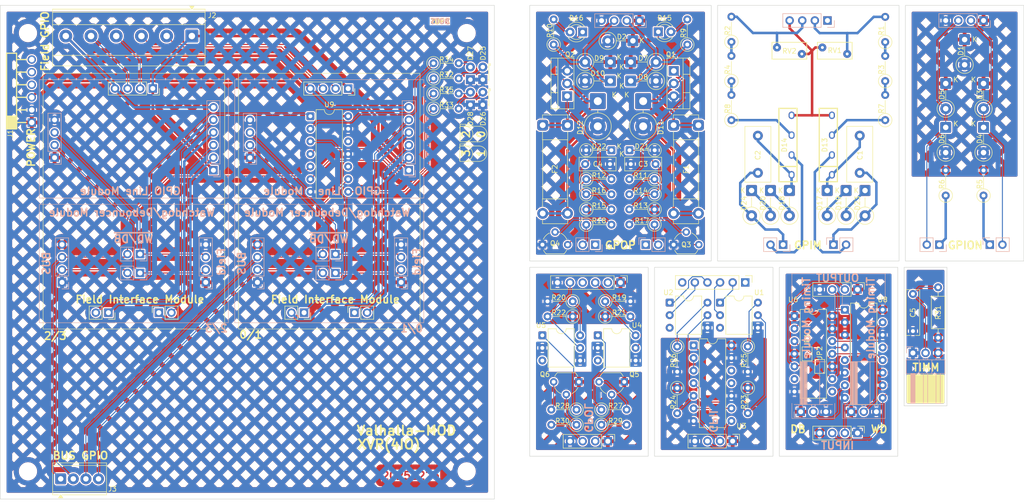
<source format=kicad_pcb>
(kicad_pcb (version 20241229) (generator "pcbnew") (generator_version "9.0")
  (title_block (title "Valhalla MOD XVR(4IO)") (date "2025-01-06") (rev "1"))
  (layers (0 "F.Cu" signal) (2 "B.Cu" signal) (13 "F.Paste" user) (15 "B.Paste" user) (5 "F.SilkS" user "F.Silkscreen") (7 "B.SilkS" user "B.Silkscreen") (1 "F.Mask" user) (3 "B.Mask" user) (25 "Edge.Cuts" user))
  (net 0 "")
  (net 1 "/DGND")
  (net 5 "Net-(JP1-B)")
  (net 6 "Net-(JP2-B)")
  (net 7 "/DVCC")
  (net 8 "/LVCC")
  (net 9 "Net-(J24-Pin_2)")
  (net 10 "/OXVR_GND")
  (net 11 "Net-(Q1-G)")
  (net 12 "Net-(D23-A)")
  (net 13 "Net-(D13-+)")
  (net 14 "Net-(D24-A)")
  (net 15 "Net-(D14-+)")
  (net 16 "Net-(D21-K)")
  (net 17 "/OXVR_VCC")
  (net 18 "Net-(D22-K)")
  (net 19 "Net-(D3-A)")
  (net 20 "Net-(D5-A)")
  (net 21 "Net-(D7-A)")
  (net 22 "Net-(D10-K)")
  (net 23 "Net-(D11-K)")
  (net 24 "Net-(D12-K)")
  (net 25 "Net-(D13-Pad3)")
  (net 26 "Net-(D13--)")
  (net 27 "Net-(D14-Pad3)")
  (net 28 "Net-(D14--)")
  (net 29 "Net-(D15-A)")
  (net 30 "Net-(D16-A)")
  (net 31 "Net-(D17-A)")
  (net 32 "Net-(D18-A)")
  (net 33 "Net-(D19-A)")
  (net 34 "Net-(D20-A)")
  (net 35 "/FVCC")
  (net 36 "/~{FGPIO_E_1}")
  (net 37 "/~{FGPIO_E_0}")
  (net 38 "/FGND")
  (net 39 "/~{FGPIO_E_3}")
  (net 40 "/~{FGPIO_E_2}")
  (net 41 "/~{FGPIO_I_1}")
  (net 42 "/FLED_0")
  (net 43 "/FLED_1")
  (net 44 "/~{FGPIO_I_0}")
  (net 45 "Net-(D25-A)")
  (net 46 "/~{BGPIO_E_2}")
  (net 47 "/~{BGPIO_E_3}")
  (net 48 "Net-(D26-A)")
  (net 49 "Net-(D27-A)")
  (net 50 "Net-(D28-A)")
  (net 52 "/FLED_3")
  (net 53 "/~{FGPIO_I_3}")
  (net 54 "/FLED_2")
  (net 55 "/~{FGPIO_I_2}")
  (net 56 "/~{BGPIO_I_1}")
  (net 57 "/~{BGPIO_I_0}")
  (net 58 "Net-(J8-Pin_2)")
  (net 59 "Net-(J8-Pin_3)")
  (net 60 "Net-(J25-Pin_2)")
  (net 63 "Net-(J26-Pin_2)")
  (net 64 "Net-(J30-Pin_1)")
  (net 65 "Net-(J33-Pin_1)")
  (net 66 "Net-(J16-Pin_3)")
  (net 67 "Net-(J16-Pin_5)")
  (net 69 "/OSEC_FVCC")
  (net 71 "/OSEC_FGND")
  (net 72 "Net-(J17-Pin_5)")
  (net 74 "Net-(J17-Pin_2)")
  (net 75 "Net-(J17-Pin_4)")
  (net 76 "Net-(J17-Pin_3)")
  (net 77 "/~{BGPIO_E_0}")
  (net 78 "/~{BGPIO_E_1}")
  (net 79 "/~{BGPIO_I_2}")
  (net 80 "/~{BGPIO_I_3}")
  (net 81 "Net-(Q2-G)")
  (net 82 "Net-(Q3-C)")
  (net 83 "Net-(Q3-B)")
  (net 84 "Net-(Q4-B)")
  (net 85 "Net-(Q4-C)")
  (net 86 "Net-(Q5-B)")
  (net 87 "Net-(Q5-C)")
  (net 88 "Net-(Q6-B)")
  (net 89 "Net-(Q6-C)")
  (net 90 "Net-(R1-Pad1)")
  (net 91 "Net-(R2-Pad1)")
  (net 93 "Net-(R20-Pad1)")
  (net 94 "Net-(R24-Pad2)")
  (net 95 "Net-(R26-Pad1)")
  (net 96 "Net-(R27-Pad1)")
  (net 97 "Net-(R28-Pad1)")
  (net 102 "/OSEC_DVCC")
  (net 103 "/OSEC_DGND")
  (net 104 "Net-(J18-Pin_3)")
  (net 109 "Net-(J18-Pin_2)")
  (net 110 "/ISEC_DVCC")
  (net 111 "Net-(J21-Pin_3)")
  (net 112 "/ISEC_DGND")
  (net 113 "Net-(J21-Pin_2)")
  (net 114 "/WDDM_DVCC")
  (net 115 "/WDDM_DGND")
  (net 116 "Net-(J29-Pin_2)")
  (net 117 "Net-(J29-Pin_3)")
  (net 118 "Net-(J31-Pin_2)")
  (net 119 "Net-(J32-Pin_2)")
  (net 120 "Net-(R3-Pad1)")
  (net 121 "Net-(R19-Pad1)")
  (net 122 "Net-(R23-Pad2)")
  (net 123 "Net-(R25-Pad1)")
  (net 124 "Net-(R4-Pad1)")
  (net 126 "Net-(U3-Pad6)")
  (net 127 "Net-(U3-Pad2)")
  (net 129 "Net-(J36-Pin_3)")
  (net 130 "Net-(J36-Pin_2)")
  (net 131 "Net-(R32-Pad1)")
  (net 132 "Net-(R33-Pad1)")
  (net 133 "Net-(R34-Pad1)")
  (net 134 "Net-(R35-Pad1)")
  (net 137 "/IXVR_GND")
  (net 138 "/WDTM_DGND")
  (net 139 "/WDTM_DVCC")
  (net 140 "/NXVR_FVCC")
  (net 141 "/NXVR_FGND")
  (footprint "Jumper:SolderJumper-2_P1.3mm_Open_TrianglePad1.0x1.5mm" (layer "F.Cu") (at 190.5 98.2153 90)
    (property "Reference" "JP2")
    (property "Value" "~{DEBOUNCE}")
  )
  (footprint "TerminalBlock_Phoenix:TerminalBlock_Phoenix_MPT-0,5-4-2.54_1x04_P2.54mm_Horizontal" (layer "F.Cu") (at 37.578675 120.890675)
    (property "Reference" "J3")
    (property "Value" "GPIO")
  )
  (footprint "Resistor_THT:R_Axial_DIN0207_L6.3mm_D2.5mm_P5.08mm_Vertical" (layer "F.Cu") (at 223.52 63.754 90)
    (property "Reference" "R5")
    (property "Value" "3K3")
  )
  (footprint "Package_DIP:DIP-6_W7.62mm" (layer "F.Cu") (at 134.625 91.948)
    (property "Reference" "U5")
    (property "Value" "4N35")
  )
  (footprint "Connector_PinSocket_2.54mm:PinSocket_1x04_P2.54mm_Vertical" (layer "F.Cu") (at 95.504 42.179 -90)
    (property "Reference" "J4" (hide yes))
    (property "Value" "FIM_E")
  )
  (footprint "PCM_EasyEDA:Diode_Bridge_KBP_14.5x3.5x10.0mm_P3.81mm" (layer "F.Cu") (at 192.9705 53.5686 90)
    (property "Reference" "D13")
    (property "Value" "KBP204G")
  )
  (footprint "Capacitor_THT:C_Rect_L7.2mm_W2.5mm_P5.00mm_FKS2_FKP2_MKS2_MKP2" (layer "F.Cu") (at 143.256 57.404)
    (property "Reference" "C4")
    (property "Value" "100nF")
  )
  (footprint "Connector_PinSocket_2.54mm:PinSocket_1x04_P2.54mm_Vertical" (layer "F.Cu") (at 56.134 42.164 -90)
    (property "Reference" "J5" (hide yes))
    (property "Value" "FIM_E")
  )
  (footprint "LED_THT:LED_D3.0mm_Horizontal_O1.27mm_Z2.0mm" (layer "F.Cu") (at 122.627675 40.372675 90)
    (property "Reference" "D25")
    (property "Value" "~{GPIO_0}")
  )
  (footprint "Resistor_THT:R_Axial_DIN0207_L6.3mm_D2.5mm_P5.08mm_Vertical" (layer "F.Cu") (at 163.83 33.303 90)
    (property "Reference" "R9")
    (property "Value" "10K")
  )
  (footprint "LED_THT:LED_D3.0mm_Horizontal_O3.81mm_Z6.0mm" (layer "F.Cu") (at 120.128675 45.452675 90)
    (property "Reference" "D28")
    (property "Value" "~{GPIO_3}")
  )
  (footprint "MountingHole:MountingHole_3.2mm_M3_ISO7380" (layer "F.Cu") (at 119.38 30.988)
    (property "Reference" "H1" (hide yes))
    (property "Value" "UI")
  )
  (footprint "Diode_THT:D_DO-41_SOD81_P5.08mm_Vertical_KathodeUp" (layer "F.Cu") (at 215.9 41.155183 -90)
    (property "Reference" "D5")
    (property "Value" "1N4001")
  )
  (footprint "Resistor_THT:R_Axial_DIN0207_L6.3mm_D2.5mm_P5.08mm_Vertical" (layer "F.Cu") (at 140.745 85.09 180)
    (property "Reference" "R20")
    (property "Value" "100K")
  )
  (footprint "Diode_THT:D_DO-41_SOD81_P5.08mm_Vertical_KathodeUp" (layer "F.Cu") (at 180.594 62.738 -90)
    (property "Reference" "D20")
    (property "Value" "75V/62V")
  )
  (footprint "Diode_THT:D_DO-41_SOD81_P5.08mm_Vertical_KathodeUp" (layer "F.Cu") (at 148.328818 36.83 180)
    (property "Reference" "D9")
    (property "Value" "1N4001")
  )
  (footprint "Connector_PinHeader_2.54mm:PinHeader_1x04_P2.54mm_Vertical" (layer "F.Cu") (at 147.828 113.313 -90)
    (property "Reference" "J18" (hide yes))
    (property "Value" "GLM_B")
  )
  (footprint "Resistor_THT:R_Axial_DIN0207_L6.3mm_D2.5mm_P5.08mm_Vertical" (layer "F.Cu") (at 176.022 102.558 -90)
    (property "Reference" "R23")
    (property "Value" "10K/4.7K")
  )
  (footprint "Resistor_THT:R_Axial_DIN0207_L6.3mm_D2.5mm_P5.08mm_Vertical" (layer "F.Cu") (at 203.708 48.543 90)
    (property "Reference" "R7")
    (property "Value" "40K/20K")
  )
  (footprint "Resistor_THT:R_Axial_DIN0207_L6.3mm_D2.5mm_P5.08mm_Vertical" (layer "F.Cu") (at 176.022 94.205 -90)
    (property "Reference" "R25")
    (property "Value" "100K")
  )
  (footprint "Resistor_THT:R_Axial_DIN0207_L6.3mm_D2.5mm_P5.08mm_Vertical" (layer "F.Cu") (at 143.47 60.452)
    (property "Reference" "R12")
    (property "Value" "100R")
  )
  (footprint "Package_DIP:DIP-14_W7.62mm" (layer "F.Cu") (at 185.42 88.0553)
    (property "Reference" "U6")
    (property "Value" "74HC74")
  )
  (footprint "Resistor_THT:R_Axial_DIN0207_L6.3mm_D2.5mm_P5.08mm_Vertical" (layer "F.Cu") (at 136.906 33.303 90)
    (property "Reference" "R10")
    (property "Value" "10K")
  )
  (footprint "Varistor:RV_Disc_D7mm_W3.4mm_P5mm" (layer "F.Cu") (at 196.048 35.194 180)
    (property "Reference" "RV1")
    (property "Value" "275V/150V")
  )
  (footprint "PCM_EasyEDA:Diode_Bridge_KBP_14.5x3.5x10.0mm_P3.81mm" (layer "F.Cu") (at 184.8425 53.5686 90)
    (property "Reference" "D14")
    (property "Value" "KBP204G")
  )
  (footprint "Capacitor_THT:C_Rect_L7.2mm_W2.5mm_P5.00mm_FKS2_FKP2_MKS2_MKP2" (layer "F.Cu") (at 157.44 57.404 180)
    (property "Reference" "C3")
    (property "Value" "100nF")
  )
  (footprint "LED_THT:LED_D3.0mm" (layer "F.Cu") (at 142.748 30.775 180)
    (property "Reference" "D16")
    (property "Value" "FAULT")
  )
  (footprint "Resistor_THT:R_Axial_DIN0207_L6.3mm_D2.5mm_P5.08mm_Vertical" (layer "F.Cu") (at 143.47 63.5)
    (property "Reference" "R16")
    (property "Value" "10K")
  )
  (footprint "Package_DIP:DIP-14_W7.62mm" (layer "F.Cu") (at 165.105 93.98)
    (property "Reference" "U3")
    (property "Value" "74HC14")
  )
  (footprint "Resistor_THT:R_Axial_DIN0207_L6.3mm_D2.5mm_P5.08mm_Vertical" (layer "F.Cu") (at 141.507 106.934 180)
    (property "Reference" "R28")
    (property "Value" "390R")
  )
  (footprint "Diode_THT:D_DO-41_SOD81_P5.08mm_Vertical_KathodeUp" (layer "F.Cu") (at 152.436183 40.64)
    (property "Reference" "D8")
    (property "Value" "1N4001")
  )
  (footprint "Resistor_THT:R_Axial_DIN0207_L6.3mm_D2.5mm_P5.08mm_Vertical" (layer "F.Cu") (at 147.291 85.09)
    (property "Reference" "R19")
    (property "Value" "100K")
  )
  (footprint "Resistor_THT:R_Axial_DIN0207_L6.3mm_D2.5mm_P5.08mm_Vertical" (layer "F.Cu") (at 147.291 88.138)
    (property "Reference" "R21")
    (property "Value" "10K/4.7K")
  )
  (footprint "Diode_THT:D_DO-41_SOD81_P5.08mm_Vertical_KathodeUp" (layer "F.Cu") (at 192.024 62.738 -90)
    (property "Reference" "D17")
    (property "Value" "75V/62V")
  )
  (footprint "TerminalBlock_Phoenix:TerminalBlock_Phoenix_MKDS-3-6-5.08_1x06_P5.08mm_Horizontal" (layer "F.Cu") (at 64.008 31.5825 180)
    (property "Reference" "J2")
    (property "Value" "FIELD")
  )
  (footprint "Diode_THT:D_DO-201AD_P5.08mm_Vertical_KathodeUp" (layer "F.Cu") (at 154.94 44.712 -90)
    (property "Reference" "D11")
    (property "Value" "1N5822")
  )
  (footprint "Diode_THT:D_DO-41_SOD81_P5.08mm_Vertical_KathodeUp" (layer "F.Cu") (at 215.9 50.009 -90)
    (property "Reference" "D6")
    (property "Value" "1N4001")
  )
  (footprint "Diode_THT:D_DO-35_SOD27_P5.08mm_Vertical_KathodeUp" (layer "F.Cu") (at 148.542818 54.61 180)
    (property "Reference" "D22")
    (property "Value" "10V")
  )
  (footprint "Connector_PinSocket_2.54mm:PinSocket_1x02_P2.54mm_Vertical" (layer "F.Cu") (at 57.3532 87.376 90)
    (property "Reference" "J39" (hide yes))
    (property "Value" "FIM_I")
  )
  (footprint "Resistor_THT:R_Axial_DIN0207_L6.3mm_D2.5mm_P5.08mm_Vertical" (layer "F.Cu") (at 172.72 32.765999 90)
    (property "Reference" "R2")
    (property "Value" "40K/20K")
  )
  (footprint "Diode_THT:D_DO-41_SOD81_P5.08mm_Vertical_KathodeUp" (layer "F.Cu") (at 152.871818 32.541 180)
    (property "Reference" "D2")
    (property "Value" "27V")
  )
  (footprint "Diode_THT:D_DO-41_SOD81_P5.08mm_Vertical_KathodeUp" (layer "F.Cu") (at 195.834 62.738 -90)
    (property "Reference" "D19")
    (property "Value" "75V/62V")
  )
  (footprint "Resistor_THT:R_Axial_DIN0207_L6.3mm_D2.5mm_P5.08mm_Vertical" (layer "F.Cu") (at 112.692675 46.228)
    (property "Reference" "R33")
    (property "Value" "1K")
  )
  (footprint "Fuse:Fuseholder_Clip-5x20mm_Bel_FC-203-22_Lateral_P17.80x5.00mm_D1.17mm_Horizontal" (layer "F.Cu") (at 166.076 49.559 -90)
    (property "Reference" "F1")
    (property "Value" "1AF")
  )
  (footprint "Resistor_THT:R_Axial_DIN0207_L6.3mm_D2.5mm_P5.08mm_Vertical" (layer "F.Cu") (at 146.529 106.934)
    (property "Reference" "R27")
    (property "Value" "390R")
  )
  (footprint "Resistor_THT:R_Axial_DIN0207_L6.3mm_D2.5mm_P5.08mm_Vertical" (layer "F.Cu") (at 143.47 66.548)
    (property "Reference" "R15")
    (property "Value" "1K")
  )
  (footprint "Package_DIP:DIP-6_W7.62mm" (layer "F.Cu") (at 170.434 85.344)
    (property "Reference" "U1")
    (property "Value" "4N35")
  )
  (footprint "Diode_THT:D_DO-41_SOD81_P5.08mm_Vertical_KathodeUp" (layer "F.Cu") (at 223.52 50.009 -90)
    (property "Reference" "D4")
    (property "Value" "1N4001")
  )
  (footprint "Resistor_THT:R_Axial_DIN0207_L6.3mm_D2.5mm_P5.08mm_Vertical" (layer "F.Cu") (at 140.745 88.138 180)
    (property "Reference" "R22")
    (property "Value" "10K/4.7K")
  )
  (footprint "Resistor_THT:R_Axial_DIN0207_L6.3mm_D2.5mm_P5.08mm_Vertical" (layer "F.Cu") (at 146.529 109.982)
    (property "Reference" "R29")
    (property "Value" "4K7")
  )
  (footprint "Package_DIP:DIP-6_W7.62mm" (layer "F.Cu") (at 160.279 85.344)
    (property "Reference" "U2")
    (property "Value" "4N35")
  )
  (footprint "Package_DIP:DIP-14_W7.62mm" (layer "F.Cu") (at 87.884 47.752)
    (property "Reference" "U9")
    (property "Value" "74HC04")
  )
  (footprint "Package_TO_SOT_THT:TO-92_Wide" (layer "F.Cu") (at 134.65 73.66)
    (property "Reference" "Q4")
    (property "Value" "2N3904")
  )
  (footprint "Connector_PinHeader_2.54mm:PinHeader_1x06_P2.54mm_Vertical" (layer "F.Cu") (at 150.368 81.309 -90)
    (property "Reference" "J16" (hide yes))
    (property "Value" "GLM_F")
  )
  (footprint "Diode_THT:D_DO-201AD_P5.08mm_Vertical_KathodeUp" (layer "F.Cu") (at 145.796 44.712 -90)
    (property "Reference" "D12")
    (property "Value" "1N5822")
  )
  (footprint "LED_THT:LED_D3.0mm" (layer "F.Cu") (at 157.988 30.734)
    (property "Reference" "D15")
    (property "Value" "FAULT")
  )
  (footprint "Resistor_THT:R_Axial_DIN0207_L6.3mm_D2.5mm_P5.08mm_Vertical" (layer "F.Cu") (at 141.507 109.982 180)
    (property "Reference" "R30")
    (property "Value" "4K7")
  )
  (footprint "MountingHole:MountingHole_3.2mm_M3_ISO7380" (layer "F.Cu") (at 30.988 119.38)
    (property "Reference" "H4" (hide yes))
    (property "Value" "BUS")
  )
  (footprint "Diode_THT:D_DO-41_SOD81_P5.08mm_Vertical_KathodeUp" (layer "F.Cu") (at 223.52 41.155183 -90)
    (property "Reference" "D3")
    (property "Value" "1N4001")
  )
  (footprint "Varistor:RV_Disc_D7mm_W3.4mm_P5mm" (layer "F.Cu") (at 181.904 33.894)
    (property "Reference" "RV2")
    (property "Value" "275V/150V")
  )
  (footprint "Resistor_THT:R_Axial_DIN0207_L6.3mm_D2.5mm_P5.08mm_Vertical" (layer "F.Cu") (at 157.226 66.548 180)
    (property "Reference" "R13")
    (property "Value" "1K")
  )
  (footprint "Resistor_THT:R_Axial_DIN0207_L6.3mm_D2.5mm_P10.16mm_Horizontal" (layer "F.Cu") (at 214.376 82.267 -90)
    (property "Reference" "R31")
    (property "Value" "470K")
  )
  (footprint "LED_THT:LED_D3.0mm_Horizontal_O1.27mm_Z2.0mm" (layer "F.Cu") (at 122.627675 45.452675 90)
    (property "Reference" "D26")
    (property "Value" "~{GPIO_1}")
  )
  (footprint "Resistor_THT:R_Axial_DIN0207_L6.3mm_D2.5mm_P5.08mm_Vertical" (layer "F.Cu") (at 157.226 63.5 180)
    (property "Reference" "R14")
    (property "Value" "10K")
  )
  (footprint "Resistor_THT:R_Axial_DIN0207_L6.3mm_D2.5mm_P5.08mm_Vertical" (layer "F.Cu") (at 157.226 60.452 180)
    (property "Reference" "R11")
    (property "Value" "100R")
  )
  (footprint "Connector_PinSocket_2.54mm:PinSocket_1x02_P2.54mm_Vertical" (layer "F.Cu") (at 47.1932 87.376 -90)
    (property "Reference" "J40" (hide yes))
    (property "Value" "FIM_I")
  )
  (footprint "Package_DIP:DIP-6_W7.62mm" (layer "F.Cu") (at 145.801 91.948)
    (property "Reference" "U4")
    (property "Value" "4N35")
  )
  (footprint "Connector_PinSocket_2.54mm:PinSocket_1x02_P2.54mm_Vertical" (layer "F.Cu") (at 96.774 87.376 90)
    (property "Reference" "J37" (hide yes))
    (property "Value" "FIM_I")
  )
  (footprint "Capacitor_THT:C_Disc_D11.0mm_W5.0mm_P7.50mm" (layer "F.Cu") (at 178.054 51.682 -90)
    (property "Reference" "C2")
    (property "Value" "10nF")
  )
  (footprint "PCM_EasyEDA:Molex_KK-254_A-7478-06A_1x06_P2.54mm_Horizontal" (layer "F.Cu") (at 31.75 42.672 -90)
    (property "Reference" "J1")
    (property "Value" "POWER")
  )
  (footprint "Resistor_THT:R_Axial_DIN0207_L6.3mm_D2.5mm_P5.08mm_Vertical" (layer "F.Cu") (at 203.708 40.669 90)
    (property "Reference" "R3")
    (property "Value" "40K/20K")
  )
  (footprint "Package_TO_SOT_THT:TO-92_Wide" (layer "F.Cu") (at 141.986 101.338 180)
    (property "Reference" "Q6")
    (property "Value" "2N3906")
  )
  (footprint "Connector_PinHeader_2.54mm:PinHeader_1x04_P2.54mm_Vertical" (layer "F.Cu") (at 172.974 113.284 -90)
    (property "Reference" "J21" (hide yes))
    (property "Value" "GLM_B")
  )
  (footprint "Resistor_THT:R_Axial_DIN0207_L6.3mm_D2.5mm_P5.08mm_Vertical" (layer "F.Cu") (at 215.9 63.754 90)
    (property "Reference" "R6")
    (property "Value" "3K3")
  )
  (footprint "Resistor_THT:R_Axial_DIN0207_L6.3mm_D2.5mm_P5.08mm_Vertical" (layer "F.Cu") (at 161.798 94.205 -90)
    (property "Reference" "R26")
    (property "Value" "100K")
  )
  (footprint "Fuse:Fuseholder_Clip-5x20mm_Bel_FC-203-22_Lateral_P17.80x5.00mm_D1.17mm_Horizontal" (layer "F.Cu") (at 139.7 49.559 -90)
    (property "Reference" "F2")
    (property "Value" "1AF")
  )
  (footprint "Package_TO_SOT_THT:TO-220-3_Vertical" (layer "F.Cu") (at 139.634 43.688 90)
    (property "Reference" "Q2")
    (property "Value" "IRLZ44N")
  )
  (footprint "Package_TO_SOT_THT:TO-92_Wide" (layer "F.Cu") (at 161.076 73.66)
    (property "Reference" "Q3")
    (property "Value" "2N3904")
  )
  (footprint "Diode_THT:D_DO-41_SOD81_P5.08mm_Vertical_KathodeUp" (layer "F.Cu") (at 148.328818 40.64 180)
    (property "Reference" "D10")
    (property "Value" "1N4001")
  )
  (footprint "Connector_PinHeader_2.54mm:PinHeader_1x04_P2.54mm_Vertical" (layer "F.Cu") (at 198.12 82.7024 -90)
    (property "Reference" "J29" (hide yes))
    (property "Value" "WDM_I")
  )
  (footprint "Package_DIP:DIP-16_W7.62mm" (layer "F.Cu") (at 195.58 86.7853)
    (property "Reference" "U8")
    (property "Value" "74HC123")
  )
  (footprint "Capacitor_THT:C_Rect_L9.0mm_W2.5mm_P7.50mm_MKT" (layer "F.Cu") (at 209.296 83.597 -90)
    (property "Reference" "C5")
    (property "Value" "3.3uF")
  )
  (footprint "Resistor_THT:R_Axial_DIN0207_L6.3mm_D2.5mm_P5.08mm_Vertical" (layer "F.Cu") (at 112.692675 37.070675)
    (property "Reference" "R34")
    (property "Value" "1K")
  )
  (footprint "Diode_THT:D_DO-41_SOD81_P5.08mm_Vertical_KathodeUp" (layer "F.Cu") (at 176.784 62.738 -90)
    (property "Reference" "D24")
    (property "Value" "75V/62V")
  )
  (footprint "Package_TO_SOT_THT:TO-92_Wide" (layer "F.Cu") (at 151.13 101.338 180)
    (property "Reference" "Q5")
    (property "Value" "2N3906")
  )
  (footprint "clipboard:e22e6323-0751-47ca-9aea-44c61c1ed047" (layer "F.Cu") (at 121.92 49.784 90)
    (property "Reference" "")
    (property "Value" "" (hide yes))
  )
  (footprint "LED_THT:LED_D3.0mm_Horizontal_O3.81mm_Z6.0mm" (layer "F.Cu") (at 120.128675 40.372675 90)
    (property "Reference" "D27")
    (property "Value" "~{GPIO_2}")
  )
  (footprint "Connector_PinHeader_2.54mm:PinHeader_1x04_P2.54mm_Vertical" (layer "F.Cu") (at 198.12 111.6584 -90)
    (property "Reference" "J36" (hide yes))
    (property "Value" "WDM_E")
  )
  (footprint "MountingHole:MountingHole_3.2mm_M3_ISO7380" (layer "F.Cu") (at 119.38 119.38)
    (property "Reference" "H2" (hide yes))
    (property "Value" "UI")
  )
  (footprint "Resistor_THT:R_Axial_DIN0207_L6.3mm_D2.5mm_P5.08mm_Vertical" (layer "F.Cu") (at 161.798 102.587 -90)
    (property "Reference" "R24")
    (property "Value" "10K/4.7K")
  )
  (footprint "Diode_THT:D_DO-41_SOD81_P5.08mm_Vertical_KathodeUp" (layer "F.Cu") (at 219.71 32.294183 -90)
    (property "Reference" "D1")
    (property "Value" "27V")
  )
  (footprint "Diode_THT:D_DO-41_SOD81_P5.08mm_Vertical_KathodeUp" (layer "F.Cu") (at 184.404 62.738 -90)
    (property "Reference" "D18")
    (property "Value" "75V/62V")
  )
  (footprint "Package_TO_SOT_THT:TO-220-3_Vertical" (layer "F.Cu") (at 161.102 38.608 -90)
    (property "Reference" "Q1")
    (property "Value" "IRLZ44N")
  )
  (footprint "Resistor_THT:R_Axial_DIN0207_L6.3mm_D2.5mm_P5.08mm_Vertical" (layer "F.Cu") (at 203.708 32.795 90)
    (property "Reference" "R1")
    (property "Value" "40K/20K")
  )
  (footprint "Jumper:SolderJumper-2_P1.3mm_Open_TrianglePad1.0x1.5mm" (layer "F.Cu") (at 187.96 95.6753 90)
    (property "Reference" "JP1")
    (property "Value" "~{DEBOUNCE}")
  )
  (footprint "Resistor_THT:R_Axial_DIN0207_L6.3mm_D2.5mm_P5.08mm_Vertical" (layer "F.Cu") (at 112.692675 43.18)
    (property "Reference" "R35")
    (property "Value" "1K")
  )
  (footprint "Resistor_THT:R_Axial_DIN0207_L6.3mm_D2.5mm_P5.08mm_Vertical" (layer "F.Cu") (at 157.226 69.596 180)
    (property "Reference" "R17")
    (property "Value" "10K")
  )
  (footprint "Connector_PinSocket_2.54mm:PinSocket_1x02_P2.54mm_Vertical" (layer "F.Cu") (at 86.614 87.376 -90)
    (property "Reference" "J38" (hide yes))
    (property "Value" "FIM_I")
  )
  (footprint "Resistor_THT:R_Axial_DIN0207_L6.3mm_D2.5mm_P5.08mm_Vertical" (layer "F.Cu") (at 172.72 40.669 90)
    (property "Reference" "R4")
    (property "Value" "40K/20K")
  )
  (footprint "Diode_THT:D_DO-35_SOD27_P5.08mm_Vertical_KathodeUp" (layer "F.Cu") (at 152.182183 54.61)
    (property "Reference" "D21")
    (property "Value" "10V")
  )
  (footprint "Resistor_THT:R_Axial_DIN0207_L6.3mm_D2.5mm_P5.08mm_Vertical" (layer "F.Cu") (at 112.692675 40.132)
    (property "Reference" "R32")
    (property "Value" "1K")
  )
  (footprint "clipboard:e22e6323-0751-47ca-9aea-44c61c1ed047" (layer "F.Cu") (at 121.865 53.758 90)
    (property "Reference" "")
    (property "Value" "" (hide yes))
  )
  (footprint "Connector_PinHeader_2.54mm:PinHeader_1x06_P2.54mm_Vertical" (layer "F.Cu") (at 175.514 81.28 -90)
    (property "Reference" "J17" (hide yes))
    (property "Value" "GLM_F")
  )
  (footprint "MountingHole:MountingHole_3.2mm_M3_ISO7380" (layer "F.Cu") (at 30.988 30.988)
    (property "Reference" "H3" (hide yes))
    (property "Value" "BUS")
  )
  (footprint "Diode_THT:D_DO-41_SOD81_P5.08mm_Vertical_KathodeUp" (layer "F.Cu") (at 199.644 62.738 -90)
    (property "Reference" "D23")
    (property "Value" "75V/62V")
  )
  (footprint "Diode_THT:D_DO-41_SOD81_P5.08mm_Vertical_KathodeUp" (layer "F.Cu") (at 152.436183 36.83)
    (property "Reference" "D7")
    (property "Value" "1N4001")
  )
  (footprint "Resistor_THT:R_Axial_DIN0207_L6.3mm_D2.5mm_P5.08mm_Vertical" (layer "F.Cu") (at 172.72 48.543 90)
    (property "Reference" "R8")
    (property "Value" "40K/20K")
  )
  (footprint "Capacitor_THT:C_Disc_D11.0mm_W5.0mm_P7.50mm" (layer "F.Cu") (at 198.5772 51.674817 -90)
    (property "Reference" "C1")
    (property "Value" "10nF")
  )
  (footprint "Resistor_THT:R_Axial_DIN0207_L6.3mm_D2.5mm_P5.08mm_Vertical" (layer "F.Cu") (at 143.47 69.625)
    (property "Reference" "R18")
    (property "Value" "10K")
  )
  (footprint "Connector_PinSocket_2.54mm:PinSocket_1x04_P2.54mm_Vertical" (layer "B.Cu") (at 36.347 56.109)
    (property "Reference" "J20" (hide yes))
    (property "Value" "GLM_B")
  )
  (footprint "Connector_PinHeader_2.54mm:PinHeader_1x04_P2.54mm_Vertical" (layer "B.Cu") (at 154.178 28.477 90)
    (property "Reference" "J7" (hide yes))
    (property "Value" "FIM_E")
  )
  (footprint "Connector_PinHeader_2.54mm:PinHeader_1x02_P2.54mm_Vertical" (layer "B.Cu") (at 224.785 73.66 -90)
    (property "Reference" "J30" (hide yes))
    (property "Value" "FIM_I")
  )
  (footprint "Connector_PinHeader_2.54mm:PinHeader_1x04_P2.54mm_Vertical" (layer "B.Cu") (at 223.52 28.448 90)
    (property "Reference" "J6" (hide yes))
    (property "Value" "FIM_E")
  )
  (footprint "Connector_PinSocket_2.54mm:PinSocket_1x04_P2.54mm_Vertical" (layer "B.Cu") (at 75.717 56.124)
    (property "Reference" "J19" (hide yes))
    (property "Value" "GLM_B")
  )
  (footprint "Connector_PinHeader_2.54mm:PinHeader_1x02_P2.54mm_Vertical" (layer "B.Cu") (at 214.635 73.66 90)
    (property "Reference" "J33" (hide yes))
    (property "Value" "FIM_I")
  )
  (footprint "Connector_PinHeader_2.54mm:PinHeader_1x02_P2.54mm_Vertical" (layer "B.Cu") (at 92.939 75.5695 90)
    (property "Reference" "JP5" (hide yes))
    (property "Value" "~{WD_DB}")
  )
  (footprint "Connector_PinHeader_2.54mm:PinHeader_1x02_P2.54mm_Vertical" (layer "B.Cu") (at 183.134 73.66 90)
    (property "Reference" "J28" (hide yes))
    (property "Value" "FIM_I")
  )
  (footprint "Connector_PinSocket_2.54mm:PinSocket_1x06_P2.54mm_Vertical" (layer "B.Cu") (at 107.721 58.664)
    (property "Reference" "J14" (hide yes))
    (property "Value" "GLM_F")
  )
  (footprint "Connector_PinHeader_2.54mm:PinHeader_1x02_P2.54mm_Vertical" (layer "B.Cu") (at 145.293 73.66 90)
    (property "Reference" "J26" (hide yes))
    (property "Value" "FIM_I")
  )
  (footprint "Connector_PinHeader_2.54mm:PinHeader_1x02_P2.54mm_Vertical" (layer "B.Cu") (at 53.569 75.5595 90)
    (property "Reference" "JP6" (hide yes))
    (property "Value" "~{WD_DB}")
  )
  (footprint "Connector_PinHeader_2.54mm:PinHeader_1x02_P2.54mm_Vertical" (layer "B.Cu") (at 53.569 79.3695 90)
    (property "Reference" "JP4" (hide yes))
    (property "Value" "~{WD_DB}")
  )
  (footprint "Connector_PinHeader_2.54mm:PinHeader_1x02_P2.54mm_Vertical" (layer "B.Cu") (at 193.284 73.66 -90)
    (property "Reference" "J27" (hide yes))
    (property "Value" "FIM_I")
  )
  (footprint "Connector_PinSocket_2.54mm:PinSocket_1x04_P2.54mm_Vertical" (layer "B.Cu") (at 106.172 81.2546)
    (property "Reference" "J22" (hide yes))
    (property "Value" "WDM_I")
  )
  (footprint "Connector_PinSocket_2.54mm:PinSocket_1x03_P2.54mm_Horizontal" (layer "B.Cu") (at 196.85 107.3593 -90)
    (property "Reference" "J31" (hide yes))
    (property "Value" "TM_0")
  )
  (footprint "Connector_PinSocket_2.54mm:PinSocket_1x04_P2.54mm_Vertical" (layer "B.Cu") (at 77.216 81.2546)
    (property "Reference" "J34" (hide yes))
    (property "Value" "WDM_E")
  )
  (footprint "Connector_PinHeader_2.54mm:PinHeader_1x04_P2.54mm_Vertical" (layer "B.Cu") (at 192.0748 28.448 90)
    (property "Reference" "J8" (hide yes))
    (property "Value" "FIM_E")
  )
  (footprint "Connector_PinSocket_2.54mm:PinSocket_1x06_P2.54mm_Vertical" (layer "B.Cu") (at 68.351 58.649)
    (property "Reference" "J15" (hide yes))
    (property "Value" "GLM_F")
  )
  (footprint "Connector_PinHeader_2.54mm:PinHeader_1x02_P2.54mm_Vertical" (layer "B.Cu") (at 155.443 73.66 -90)
    (property "Reference" "J25" (hide yes))
    (property "Value" "FIM_I")
  )
  (footprint "Connector_PinSocket_2.54mm:PinSocket_1x03_P2.54mm_Horizontal" (layer "B.Cu") (at 186.69 107.3593 -90)
    (property "Reference" "J32" (hide yes))
    (property "Value" "TM_1")
  )
  (footprint "Connector_PinHeader_2.54mm:PinHeader_1x03_P2.54mm_Horizontal" (layer "B.Cu") (at 209.296 95.504 -90)
    (property "Reference" "J24" (hide yes))
    (property "Value" "TM")
  )
  (footprint "Connector_PinHeader_2.54mm:PinHeader_1x02_P2.54mm_Vertical" (layer "B.Cu") (at 92.939 79.3795 90)
    (property "Reference" "JP3" (hide yes))
    (property "Value" "~{WD_DB}")
  )
  (footprint "Connector_PinSocket_2.54mm:PinSocket_1x04_P2.54mm_Vertical" (layer "B.Cu") (at 66.802 81.2546)
    (property "Reference" "J23" (hide yes))
    (property "Value" "WDM_I")
  )
  (footprint "Connector_PinSocket_2.54mm:PinSocket_1x04_P2.54mm_Vertical" (layer "B.Cu") (at 37.846 81.2546)
    (property "Reference" "J35" (hide yes))
    (property "Value" "WDM_E")
  )
  (gr_rect (start 73.406 39.116) (end 109.982 90.678) (stroke (width 0.1)) (fill no) (layer "F.SilkS"))
  (gr_rect (start 34.036 39.116) (end 70.612 90.678) (stroke (width 0.1)) (fill no) (layer "F.SilkS"))
  (gr_line (start 203.708 108.712) (end 203.708 105.664) (stroke (width 0.1)) (layer "B.SilkS"))
  (gr_line (start 198.374 79.502) (end 203.708 79.502) (stroke (width 0.1)) (layer "B.SilkS"))
  (gr_rect (start 72.644 40.386) (end 110.744 64.262) (stroke (width 0.1)) (fill no) (layer "B.SilkS"))
  (gr_rect (start 33.274 40.386) (end 71.374 64.262) (stroke (width 0.1)) (fill no) (layer "B.SilkS"))
  (gr_line (start 184.912 108.712) (end 193.548 108.712) (stroke (width 0.1)) (layer "B.SilkS"))
  (gr_line (start 193.548 86.868) (end 193.548 83.82) (stroke (width 0.1)) (layer "B.SilkS"))
  (gr_line (start 195.072 108.712) (end 203.708 108.712) (stroke (width 0.1)) (layer "B.SilkS"))
  (gr_line (start 195.072 85.598) (end 195.072 83.82) (stroke (width 0.1)) (layer "B.SilkS"))
  (gr_line (start 184.912 86.868) (end 184.912 79.502) (stroke (width 0.1)) (layer "B.SilkS"))
  (gr_line (start 184.912 79.502) (end 189.484 79.502) (stroke (width 0.1)) (layer "B.SilkS"))
  (gr_line (start 184.912 105.664) (end 184.912 108.712) (stroke (width 0.1)) (layer "B.SilkS"))
  (gr_line (start 193.548 108.712) (end 193.548 105.664) (stroke (width 0.1)) (layer "B.SilkS"))
  (gr_rect (start 72.644 65.532) (end 110.744 89.408) (stroke (width 0.1)) (fill no) (layer "B.SilkS"))
  (gr_line (start 195.072 105.664) (end 195.072 108.712) (stroke (width 0.1)) (layer "B.SilkS"))
  (gr_rect (start 33.274 65.532) (end 71.374 89.408) (stroke (width 0.1)) (fill no) (layer "B.SilkS"))
  (gr_line (start 203.708 79.502) (end 203.708 85.598) (stroke (width 0.1)) (layer "B.SilkS"))
  (gr_rect (start 207.772 25.4) (end 231.648 76.962) (stroke (width 0.1)) (fill no) (layer "Edge.Cuts"))
  (gr_rect (start 132.08 78.232) (end 155.956 116.332) (stroke (width 0.1)) (fill no) (layer "Edge.Cuts"))
  (gr_rect (start 182.372 78.232) (end 206.248 116.332) (stroke (width 0.1)) (fill no) (layer "Edge.Cuts"))
  (gr_rect (start 132.08 25.4) (end 168.656 76.962) (stroke (width 0.1)) (fill no) (layer "Edge.Cuts"))
  (gr_rect (start 207.518 78.232) (end 216.154 106.172) (stroke (width 0.1)) (fill no) (layer "Edge.Cuts"))
  (gr_rect (start 25.4 25.4) (end 124.968 124.968) (stroke (width 0.1)) (fill no) (layer "Edge.Cuts"))
  (gr_rect (start 169.926 25.4) (end 206.502 76.962) (stroke (width 0.1)) (fill no) (layer "Edge.Cuts"))
  (gr_rect (start 157.226 78.232) (end 181.102 116.332) (stroke (width 0.1)) (fill no) (layer "Edge.Cuts"))
  (gr_text "20251226" (at 102.108 121.158 0) (layer "F.Cu") (effects (font (size 1.524 1.524) (thickness 0.3048) (bold yes)) (justify left bottom)))
  (gr_text "TOPC" (at 112.014 29.21 0) (layer "F.Cu") (effects (font (size 1.016 1.016) (thickness 0.2032) (bold yes)) (justify left bottom)))
  (gr_text "BOTC" (at 116.078 29.21 0) (layer "B.Cu") (effects (font (size 1.016 1.016) (thickness 0.2032) (bold yes)) (justify left bottom mirror)))
  (gr_text "BUS GPIO" (at 35.814 117.094 0) (layer "F.SilkS") (effects (font (size 1.524 1.524) (thickness 0.3048) (bold yes)) (justify left bottom)))
  (gr_text "WD" (at 200.66 111.76 0) (layer "F.SilkS") (effects (font (size 1.524 1.524) (thickness 0.3048) (bold yes)) (justify left bottom)))
  (gr_text "GPION" (at 216.154 74.676 0) (layer "F.SilkS") (effects (font (size 1.524 1.524) (thickness 0.3048) (bold yes)) (justify left bottom)))
  (gr_text "POWER" (at 32.512 58.166 90) (layer "F.SilkS") (effects (font (size 1.524 1.524) (thickness 0.3048) (bold yes)) (justify left bottom)))
  (gr_text "Field Interface Module" (at 79.756 85.598 0) (layer "F.SilkS") (effects (font (size 1.524 1.524) (thickness 0.3048) (bold yes)) (justify left bottom)))
  (gr_text "1" (at 123.19 56.134 90) (layer "F.SilkS") (effects (font (size 1.524 1.524) (thickness 0.3048) (bold yes)) (justify left bottom)))
  (gr_text "GPOP" (at 147.066 74.676 0) (layer "F.SilkS") (effects (font (size 1.524 1.524) (thickness 0.3048) (bold yes)) (justify left bottom)))
  (gr_text "DB" (at 184.404 111.76 0) (layer "F.SilkS") (effects (font (size 1.524 1.524) (thickness 0.3048) (bold yes)) (justify left bottom)))
  (gr_text "GPIM" (at 185.166 74.676 0) (layer "F.SilkS") (effects (font (size 1.524 1.524) (thickness 0.3048) (bold yes)) (justify left bottom)))
  (gr_text "XVR(4IO)" (at 97.155 115.062 0) (layer "F.SilkS") (effects (font (size 1.905 1.905) (thickness 0.381) (bold yes)) (justify left bottom)))
  (gr_text "3" (at 120.142 56.134 90) (layer "F.SilkS") (effects (font (size 1.524 1.524) (thickness 0.3048) (bold yes)) (justify left bottom)))
  (gr_text "0/1" (at 73.406 92.71 0) (layer "F.SilkS") (effects (font (size 1.524 1.524) (thickness 0.3048) (bold yes)) (justify left bottom)))
  (gr_text "Valhalla-MOD" (at 97.028 112.268 0) (layer "F.SilkS") (effects (font (size 1.905 1.905) (thickness 0.381) (bold yes)) (justify left bottom)))
  (gr_text "2" (at 120.142 52.324 90) (layer "F.SilkS") (effects (font (size 1.524 1.524) (thickness 0.3048) (bold yes)) (justify left bottom)))
  (gr_text "TOPS" (at 112.014 29.21 0) (layer "F.SilkS") (effects (font (size 1.016 1.016) (thickness 0.2032) (bold yes)) (justify left bottom)))
  (gr_text "0" (at 123.19 52.324 90) (layer "F.SilkS") (effects (font (size 1.524 1.524) (thickness 0.3048) (bold yes)) (justify left bottom)))
  (gr_text "Field GPIO" (at 35.306 38.862 90) (layer "F.SilkS") (effects (font (size 1.524 1.524) (thickness 0.3048) (bold yes)) (justify left bottom)))
  (gr_text "Field Interface Module" (at 40.386 85.598 0) (layer "F.SilkS") (effects (font (size 1.524 1.524) (thickness 0.3048) (bold yes)) (justify left bottom)))
  (gr_text "2/3" (at 34.036 92.964 0) (layer "F.SilkS") (effects (font (size 1.524 1.524) (thickness 0.3048) (bold yes)) (justify left bottom)))
  (gr_text "TIMM" (at 209.042 99.314 0) (layer "F.SilkS") (effects (font (size 1.524 1.524) (thickness 0.3048) (bold yes)) (justify left bottom)))
  (gr_text "Timing Module" (at 201.676 80.01 90) (layer "B.SilkS") (effects (font (size 1.524 1.524) (thickness 0.3048) (bold yes)) (justify left bottom mirror)))
  (gr_text "~{WD/DB}" (at 56.388 73.406 0) (layer "B.SilkS") (effects (font (size 1.524 1.524) (thickness 0.3048) (bold yes)) (justify left bottom mirror)))
  (gr_text "0/1" (at 110.744 91.44 0) (layer "B.SilkS") (effects (font (size 1.524 1.524) (thickness 0.3048) (bold yes)) (justify left bottom mirror)))
  (gr_text "GPIO" (at 102.362 63.754 0) (layer "B.SilkS") (effects (font (size 1.524 1.524) (thickness 0.3048) (bold yes)) (justify left bottom mirror)))
  (gr_text "Watchdog/Debouncer Module" (at 68.834 68.072 0) (layer "B.SilkS") (effects (font (size 1.524 1.524) (thickness 0.3048) (bold yes)) (justify left bottom mirror)))
  (gr_text "BUS" (at 35.56 74.93 90) (layer "B.SilkS") (effects (font (size 1.524 1.524) (thickness 0.3048) (bold yes)) (justify left bottom mirror)))
  (gr_text "GPIO Line Module" (at 61.976 63.754 0) (layer "B.SilkS") (effects (font (size 1.524 1.524) (thickness 0.3048) (bold yes)) (justify left bottom mirror)))
  (gr_text "INPUT" (at 197.612 115.062 0) (layer "B.SilkS") (effects (font (size 1.524 1.524) (thickness 0.3048) (bold yes)) (justify left bottom mirror)))
  (gr_text "2/3" (at 71.374 91.44 0) (layer "B.SilkS") (effects (font (size 1.524 1.524) (thickness 0.3048) (bold yes)) (justify left bottom mirror)))
  (gr_text "Field" (at 70.866 74.168 90) (layer "B.SilkS") (effects (font (size 1.524 1.524) (thickness 0.3048) (bold yes)) (justify left bottom mirror)))
  (gr_text "Timing Module" (at 188.722 80.01 90) (layer "B.SilkS") (effects (font (size 1.524 1.524) (thickness 0.3048) (bold yes)) (justify left bottom mirror)))
  (gr_text "Module" (at 86.614 63.754 0) (layer "B.SilkS") (effects (font (size 1.524 1.524) (thickness 0.3048) (bold yes)) (justify left bottom mirror)))
  (gr_text "BOTS" (at 116.064675 29.196675 0) (layer "B.SilkS") (effects (font (size 1.016 1.016) (thickness 0.2032) (bold yes)) (justify left bottom mirror)))
  (gr_text "~{WD/DB}" (at 95.758 73.406 0) (layer "B.SilkS") (effects (font (size 1.524 1.524) (thickness 0.3048) (bold yes)) (justify left bottom mirror)))
  (gr_text "Field" (at 110.236 74.168 90) (layer "B.SilkS") (effects (font (size 1.524 1.524) (thickness 0.3048) (bold yes)) (justify left bottom mirror)))
  (gr_text "Watchdog/Debouncer Module" (at 108.204 68.072 0) (layer "B.SilkS") (effects (font (size 1.524 1.524) (thickness 0.3048) (bold yes)) (justify left bottom mirror)))
  (gr_text "BUS" (at 74.93 74.93 90) (layer "B.SilkS") (effects (font (size 1.524 1.524) (thickness 0.3048) (bold yes)) (justify left bottom mirror)))
  (gr_text "GPOL" (at 143.002 111.76 270) (layer "B.SilkS") (effects (font (size 1.524 1.524) (thickness 0.3048) (bold yes)) (justify left bottom mirror)))
  (gr_text "GPIL" (at 168.148 111.76 270) (layer "B.SilkS") (effects (font (size 1.524 1.524) (thickness 0.3048) (bold yes)) (justify left bottom mirror)))
  (gr_text "Line" (at 94.234 63.754 0) (layer "B.SilkS") (effects (font (size 1.524 1.524) (thickness 0.3048) (bold yes)) (justify left bottom mirror)))
  (gr_text "OUTPUT" (at 198.628 81.28 0) (layer "B.SilkS") (effects (font (size 1.524 1.524) (thickness 0.3048) (bold yes)) (justify left bottom mirror)))
  (segment (start 191.01997 94.4053) (end 190.73137 94.6939) (width 0.2032) (layer "F.Cu") (net 5))
  (segment (start 185.42 93.1353) (end 187.022424 94.737724) (width 0.2032) (layer "F.Cu") (net 5))
  (segment (start 190.73137 94.6939) (end 187.96 94.6939) (width 0.2032) (layer "F.Cu") (net 5))
  (segment (start 195.58 94.4053) (end 191.01997 94.4053) (width 0.2032) (layer "F.Cu") (net 5))
  (segment (start 187.022424 94.737724) (end 187.747425 94.737724) (width 0.2032) (layer "F.Cu") (net 5))
  (segment (start 201.93 95.6753) (end 203.2 96.9453) (width 0.2032) (layer "F.Cu") (net 6))
  (segment (start 193.04 95.6753) (end 201.93 95.6753) (width 0.2032) (layer "F.Cu") (net 6))
  (segment (start 191.225 97.4903) (end 190.5 97.4903) (width 0.2032) (layer "F.Cu") (net 6))
  (segment (start 193.04 95.6753) (end 191.225 97.4903) (width 0.2032) (layer "F.Cu") (net 6))
  (segment (start 35.052 40.64) (end 83.82 40.64) (width 0.508) (layer "F.Cu") (net 8))
  (segment (start 95.504 47.752) (end 90.932 47.752) (width 0.508) (layer "F.Cu") (net 8))
  (segment (start 31.75 43.942) (end 35.052 40.64) (width 0.508) (layer "F.Cu") (net 8))
  (segment (start 90.932 47.752) (end 83.82 40.64) (width 0.508) (layer "F.Cu") (net 8))
  (segment (start 211.836 86.137) (end 211.836 95.504) (width 0.2032) (layer "B.Cu") (net 9))
  (segment (start 209.296 83.597) (end 211.836 86.137) (width 0.2032) (layer "B.Cu") (net 9))
  (segment (start 210.626 82.267) (end 209.296 83.597) (width 0.2032) (layer "B.Cu") (net 9))
  (segment (start 214.63 82.267) (end 210.626 82.267) (width 0.2032) (layer "B.Cu") (net 9))
  (segment (start 157.734 49.784) (end 157.734 51.054) (width 0.2032) (layer "B.Cu") (net 11))
  (segment (start 154.686 54.102) (end 154.686 57.912) (width 0.2032) (layer "B.Cu") (net 11))
  (segment (start 163.068 40.574) (end 163.068 44.45) (width 0.2032) (layer "B.Cu") (net 11))
  (segment (start 157.734 51.054) (end 154.686 54.102) (width 0.2032) (layer "B.Cu") (net 11))
  (segment (start 154.686 57.912) (end 152.146 60.452) (width 0.2032) (layer "B.Cu") (net 11))
  (segment (start 161.102 38.608) (end 163.068 40.574) (width 0.2032) (layer "B.Cu") (net 11))
  (segment (start 163.068 44.45) (end 157.734 49.784) (width 0.2032) (layer "B.Cu") (net 11))
  (segment (start 199.644 67.818) (end 196.85 70.612) (width 0.508) (layer "B.Cu") (net 12))
  (segment (start 201.93 65.532) (end 199.644 67.818) (width 0.508) (layer "B.Cu") (net 12))
  (segment (start 201.93 61.113404) (end 201.93 65.532) (width 0.508) (layer "B.Cu") (net 12))
  (segment (start 198.5772 59.174817) (end 199.991413 59.174817) (width 0.508) (layer "B.Cu") (net 12))
  (segment (start 199.991413 59.174817) (end 201.93 61.113404) (width 0.508) (layer "B.Cu") (net 12))
  (segment (start 194.31 70.612) (end 193.284 71.638) (width 0.508) (layer "B.Cu") (net 12))
  (segment (start 193.284 71.638) (end 193.284 73.66) (width 0.508) (layer "B.Cu") (net 12))
  (segment (start 196.85 70.612) (end 194.31 70.612) (width 0.508) (layer "B.Cu") (net 12))
  (segment (start 192.9705 59.586817) (end 192.024 60.533317) (width 0.508) (layer "B.Cu") (net 13))
  (segment (start 192.024 60.533317) (end 192.024 62.738) (width 0.508) (layer "B.Cu") (net 13))
  (segment (start 192.9705 59.586817) (end 198.5772 53.980117) (width 0.508) (layer "B.Cu") (net 13))
  (segment (start 198.5772 53.980117) (end 198.5772 51.674817) (width 0.508) (layer "B.Cu") (net 13))
  (segment (start 176.53 59.182) (end 178.054 59.182) (width 0.508) (layer "B.Cu") (net 14))
  (segment (start 174.498 61.214) (end 176.53 59.182) (width 0.508) (layer "B.Cu") (net 14))
  (segment (start 183.134 71.628) (end 183.134 73.66) (width 0.508) (layer "B.Cu") (net 14))
  (segment (start 182.118 70.612) (end 183.134 71.628) (width 0.508) (layer "B.Cu") (net 14))
  (segment (start 176.784 67.818) (end 179.578 70.612) (width 0.508) (layer "B.Cu") (net 14))
  (segment (start 179.578 70.612) (end 182.118 70.612) (width 0.508) (layer "B.Cu") (net 14))
  (segment (start 176.784 67.818) (end 174.498 65.532) (width 0.508) (layer "B.Cu") (net 14))
  (segment (start 174.498 61.214) (end 174.498 65.532) (width 0.508) (layer "B.Cu") (net 14))
  (segment (start 184.8425 59.5615) (end 178.054 52.773) (width 0.508) (layer "B.Cu") (net 15))
  (segment (start 178.054 52.773) (end 178.054 51.682) (width 0.508) (layer "B.Cu") (net 15))
  (segment (start 184.8425 59.5615) (end 184.8425 62.2995) (width 0.508) (layer "B.Cu") (net 15))
  (segment (start 152.182183 54.61) (end 154.646 54.61) (width 0.2032) (layer "F.Cu") (net 16))
  (segment (start 154.646 54.61) (end 157.44 57.404) (width 0.2032) (layer "F.Cu") (net 16))
  (segment (start 155.194 63.5) (end 152.146 66.548) (width 0.2032) (layer "B.Cu") (net 16))
  (segment (start 157.44 57.404) (end 158.3318 58.2958) (width 0.2032) (layer "B.Cu") (net 16))
  (segment (start 158.3318 62.3942) (end 157.226 63.5) (width 0.2032) (layer "B.Cu") (net 16))
  (segment (start 158.3318 58.2958) (end 158.3318 62.3942) (width 0.2032) (layer "B.Cu") (net 16))
  (segment (start 157.226 63.5) (end 155.194 63.5) (width 0.2032) (layer "B.Cu") (net 16))
  (segment (start 146.05 54.61) (end 143.256 57.404) (width 0.2032) (layer "F.Cu") (net 18))
  (segment (start 148.542818 54.61) (end 146.05 54.61) (width 0.2032) (layer "F.Cu") (net 18))
  (segment (start 142.3642 62.3942) (end 143.47 63.5) (width 0.2032) (layer "B.Cu") (net 18))
  (segment (start 143.256 57.404) (end 142.3642 58.2958) (width 0.2032) (layer "B.Cu") (net 18))
  (segment (start 145.502 63.5) (end 148.55 66.548) (width 0.2032) (layer "B.Cu") (net 18))
  (segment (start 143.47 63.5) (end 145.502 63.5) (width 0.2032) (layer "B.Cu") (net 18))
  (segment (start 142.3642 58.2958) (end 142.3642 62.3942) (width 0.2032) (layer "B.Cu") (net 18))
  (segment (start 220.98 28.448) (end 225.044 32.512) (width 0.2032) (layer "B.Cu") (net 19))
  (segment (start 227.325 53.814) (end 227.325 73.66) (width 0.2032) (layer "B.Cu") (net 19))
  (segment (start 223.52 46.235183) (end 223.52 50.009) (width 0.2032) (layer "B.Cu") (net 19))
  (segment (start 225.044 44.711183) (end 223.52 46.235183) (width 0.2032) (layer "B.Cu") (net 19))
  (segment (start 223.52 50.009) (end 227.325 53.814) (width 0.2032) (layer "B.Cu") (net 19))
  (segment (start 225.044 32.512) (end 225.044 44.711183) (width 0.2032) (layer "B.Cu") (net 19))
  (segment (start 215.9 46.235183) (end 215.9 50.009) (width 0.2032) (layer "B.Cu") (net 20))
  (segment (start 214.376 32.512) (end 214.376 44.711183) (width 0.2032) (layer "B.Cu") (net 20))
  (segment (start 218.44 28.448) (end 214.376 32.512) (width 0.2032) (layer "B.Cu") (net 20))
  (segment (start 215.9 50.009) (end 212.095 53.814) (width 0.2032) (layer "B.Cu") (net 20))
  (segment (start 212.095 53.814) (end 212.095 73.66) (width 0.2032) (layer "B.Cu") (net 20))
  (segment (start 214.376 44.711183) (end 215.9 46.235183) (width 0.2032) (layer "B.Cu") (net 20))
  (segment (start 161.076 47.139528) (end 161.076 49.559) (width 0.508) (layer "F.Cu") (net 21))
  (segment (start 154.576472 40.64) (end 161.076 47.139528) (width 0.508) (layer "F.Cu") (net 21))
  (segment (start 152.436183 40.64) (end 154.576472 40.64) (width 0.508) (layer "F.Cu") (net 21))
  (segment (start 157.516183 36.83) (end 160.303 36.83) (width 0.508) (layer "B.Cu") (net 21))
  (segment (start 157.516183 36.83) (end 157.516183 34.355183) (width 0.508) (layer "B.Cu") (net 21))
  (segment (start 152.436183 40.64) (end 153.706183 40.64) (width 0.508) (layer "B.Cu") (net 21))
  (segment (start 157.516183 34.355183) (end 151.638 28.477) (width 0.508) (layer "B.Cu") (net 21))
  (segment (start 153.706183 40.64) (end 157.516183 36.83) (width 0.508) (layer "B.Cu") (net 21))
  (segment (start 160.303 36.83) (end 163.83 33.303) (width 0.508) (layer "B.Cu") (net 21))
  (segment (start 161.076 49.559) (end 166.076 49.559) (width 0.508) (layer "B.Cu") (net 21))
  (segment (start 139.7 47.099528) (end 139.7 49.559) (width 0.508) (layer "F.Cu") (net 22))
  (segment (start 148.328818 40.64) (end 146.159528 40.64) (width 0.508) (layer "F.Cu") (net 22))
  (segment (start 146.159528 40.64) (end 139.7 47.099528) (width 0.508) (layer "F.Cu") (net 22))
  (segment (start 134.7 49.559) (end 139.7 49.559) (width 0.508) (layer "B.Cu") (net 22))
  (segment (start 147.058818 40.64) (end 143.248818 36.83) (width 0.508) (layer "B.Cu") (net 22))
  (segment (start 143.248818 34.326182) (end 149.098 28.477) (width 0.508) (layer "B.Cu") (net 22))
  (segment (start 143.248818 36.83) (end 140.433 36.83) (width 0.508) (layer "B.Cu") (net 22))
  (segment (start 148.328818 40.64) (end 147.058818 40.64) (width 0.508) (layer "B.Cu") (net 22))
  (segment (start 140.433 36.83) (end 136.906 33.303) (width 0.508) (layer "B.Cu") (net 22))
  (segment (start 143.248818 36.83) (end 143.248818 34.326182) (width 0.508) (layer "B.Cu") (net 22))
  (segment (start 163.068 39.878) (end 161.798 41.148) (width 0.2032) (layer "F.Cu") (net 23))
  (segment (start 158.242 48.014) (end 158.242 51.816) (width 0.508) (layer "F.Cu") (net 23))
  (segment (start 161.076 54.65) (end 161.076 67.359) (width 0.508) (layer "F.Cu") (net 23))
  (segment (start 158.242 51.816) (end 161.076 54.65) (width 0.508) (layer "F.Cu") (net 23))
  (segment (start 154.94 44.712) (end 158.242 48.014) (width 0.508) (layer "F.Cu") (net 23))
  (segment (start 157.988 30.734) (end 157.988 32.258) (width 0.2032) (layer "F.Cu") (net 23))
  (segment (start 157.988 32.258) (end 163.068 37.338) (width 0.2032) (layer "F.Cu") (net 23))
  (segment (start 163.068 37.338) (end 163.068 39.878) (width 0.2032) (layer "F.Cu") (net 23))
  (segment (start 157.538 44.712) (end 161.102 41.148) (width 0.508) (layer "B.Cu") (net 23))
  (segment (start 166.076 67.359) (end 161.076 67.359) (width 0.508) (layer "B.Cu") (net 23))
  (segment (start 154.94 44.712) (end 157.538 44.712) (width 0.508) (layer "B.Cu") (net 23))
  (segment (start 142.748 30.775) (end 137.668 35.855) (width 0.2032) (layer "F.Cu") (net 24))
  (segment (start 142.494 51.816) (end 139.7 54.61) (width 0.508) (layer "F.Cu") (net 24))
  (segment (start 137.668 39.182) (end 139.634 41.148) (width 0.2032) (layer "F.Cu") (net 24))
  (segment (start 137.668 35.855) (end 137.668 39.182) (width 0.2032) (layer "F.Cu") (net 24))
  (segment (start 145.796 44.712) (end 142.494 48.014) (width 0.508) (layer "F.Cu") (net 24))
  (segment (start 139.7 54.61) (end 139.7 67.359) (width 0.508) (layer "F.Cu") (net 24))
  (segment (start 142.494 48.014) (end 142.494 51.816) (width 0.508) (layer "F.Cu") (net 24))
  (segment (start 134.7 67.359) (end 139.7 67.359) (width 0.508) (layer "B.Cu") (net 24))
  (segment (start 139.9629 41.148) (end 143.5269 44.712) (width 0.508) (layer "B.Cu") (net 24))
  (segment (start 143.5269 44.712) (end 145.796 44.712) (width 0.508) (layer "B.Cu") (net 24))
  (segment (start 196.014317 48.543) (end 203.708 48.543) (width 0.508) (layer "B.Cu") (net 25))
  (segment (start 192.9705 51.586817) (end 196.014317 48.543) (width 0.508) (layer "B.Cu") (net 25))
  (segment (start 189.5348 59.022517) (end 189.5348 73.631) (width 0.508) (layer "B.Cu") (net 26))
  (segment (start 191.0878 75.184) (end 194.564 75.184) (width 0.508) (layer "B.Cu") (net 26))
  (segment (start 189.5348 73.631) (end 191.0878 75.184) (width 0.508) (layer "B.Cu") (net 26))
  (segment (start 194.564 75.184) (end 195.824 73.924) (width 0.508) (layer "B.Cu") (net 26))
  (segment (start 192.9705 55.586817) (end 189.5348 59.022517) (width 0.508) (layer "B.Cu") (net 26))
  (segment (start 172.72 48.543) (end 181.8169 48.543) (width 0.508) (layer "B.Cu") (net 27))
  (segment (start 181.8169 48.543) (end 184.8425 51.5686) (width 0.508) (layer "B.Cu") (net 27))
  (segment (start 186.944 57.663) (end 184.8425 55.5615) (width 0.508) (layer "B.Cu") (net 28))
  (segment (start 181.864 75.184) (end 185.42 75.184) (width 0.508) (layer "B.Cu") (net 28))
  (segment (start 185.42 75.184) (end 186.944 73.66) (width 0.508) (layer "B.Cu") (net 28))
  (segment (start 180.594 73.914) (end 181.864 75.184) (width 0.508) (layer "B.Cu") (net 28))
  (segment (start 186.944 73.66) (end 186.944 57.663) (width 0.508) (layer "B.Cu") (net 28))
  (segment (start 161.319 30.734) (end 163.83 28.223) (width 0.2032) (layer "B.Cu") (net 29))
  (segment (start 139.458 30.775) (end 136.906 28.223) (width 0.2032) (layer "B.Cu") (net 30))
  (segment (start 192.024 67.818) (end 192.024 66.548) (width 0.508) (layer "B.Cu") (net 31))
  (segment (start 192.024 66.548) (end 195.834 62.738) (width 0.508) (layer "B.Cu") (net 31))
  (segment (start 184.404 66.548) (end 180.594 62.738) (width 0.508) (layer "B.Cu") (net 32))
  (segment (start 184.404 67.818) (end 184.404 66.548) (width 0.508) (layer "B.Cu") (net 32))
  (segment (start 195.834 66.548) (end 199.644 62.738) (width 0.508) (layer "B.Cu") (net 33))
  (segment (start 195.834 67.818) (end 195.834 66.548) (width 0.508) (layer "B.Cu") (net 33))
  (segment (start 180.594 67.818) (end 180.594 66.548) (width 0.508) (layer "B.Cu") (net 34))
  (segment (start 180.594 66.548) (end 176.784 62.738) (width 0.508) (layer "B.Cu") (net 34))
  (segment (start 56.134 42.164) (end 56.134 46.432) (width 0.508) (layer "F.Cu") (net 35))
  (segment (start 95.504 42.179) (end 101.6 48.275) (width 0.508) (layer "F.Cu") (net 35))
  (segment (start 56.134 46.432) (end 68.351 58.649) (width 0.508) (layer "F.Cu") (net 35))
  (segment (start 84.9075 31.5825) (end 95.504 42.179) (width 0.508) (layer "F.Cu") (net 35))
  (segment (start 64.008 31.5825) (end 84.9075 31.5825) (width 0.508) (layer "F.Cu") (net 35))
  (segment (start 101.6 48.275) (end 101.6 52.543) (width 0.508) (layer "F.Cu") (net 35))
  (segment (start 101.6 52.543) (end 107.721 58.664) (width 0.508) (layer "F.Cu") (net 35))
  (segment (start 64.008 31.5825) (end 56.134 39.4565) (width 0.508) (layer "B.Cu") (net 35))
  (segment (start 56.134 39.4565) (end 56.134 42.164) (width 0.508) (layer "B.Cu") (net 35))
  (segment (start 56.0475 33.782) (end 82.027 33.782) (width 0.2032) (layer "F.Cu") (net 36))
  (segment (start 82.027 33.782) (end 90.424 42.179) (width 0.2032) (layer "F.Cu") (net 36))
  (segment (start 53.848 31.5825) (end 56.0475 33.782) (width 0.2032) (layer "F.Cu") (net 36))
  (segment (start 60.6195 33.274) (end 84.059 33.274) (width 0.2032) (layer "F.Cu") (net 37))
  (segment (start 84.059 33.274) (end 92.964 42.179) (width 0.2032) (layer "F.Cu") (net 37))
  (segment (start 58.928 31.5825) (end 60.6195 33.274) (width 0.2032) (layer "F.Cu") (net 37))
  (segment (start 42.5855 35.56) (end 81.265 35.56) (width 0.508) (layer "F.Cu") (net 38))
  (segment (start 38.608 31.5825) (end 42.5855 35.56) (width 0.508) (layer "F.Cu") (net 38))
  (segment (start 81.265 35.56) (end 87.884 42.179) (width 0.508) (layer "F.Cu") (net 38))
  (segment (start 48.514 41.4885) (end 48.514 42.164) (width 0.508) (layer "B.Cu") (net 38))
  (segment (start 91.669 45.964) (end 107.721 45.964) (width 0.508) (layer "B.Cu") (net 38))
  (segment (start 38.608 31.5825) (end 48.514 41.4885) (width 0.508) (layer "B.Cu") (net 38))
  (segment (start 87.884 42.179) (end 91.669 45.964) (width 0.508) (layer "B.Cu") (net 38))
  (segment (start 52.299 45.949) (end 68.351 45.949) (width 0.508) (layer "B.Cu") (net 38))
  (segment (start 48.514 42.164) (end 52.299 45.949) (width 0.508) (layer "B.Cu") (net 38))
  (segment (start 43.688 31.5825) (end 51.054 38.9485) (width 0.2032) (layer "B.Cu") (net 39))
  (segment (start 51.054 38.9485) (end 51.054 42.164) (width 0.2032) (layer "B.Cu") (net 39))
  (segment (start 53.594 36.4085) (end 53.594 42.164) (width 0.2032) (layer "B.Cu") (net 40))
  (segment (start 48.768 31.5825) (end 53.594 36.4085) (width 0.2032) (layer "B.Cu") (net 40))
  (segment (start 86.614 87.376) (end 89.018438 84.971562) (width 0.2032) (layer "B.Cu") (net 41))
  (segment (start 99.08941 84.971562) (end 100.838 83.222972) (width 0.2032) (layer "B.Cu") (net 41))
  (segment (start 100.838 55.387) (end 107.721 48.504) (width 0.2032) (layer "B.Cu") (net 41))
  (segment (start 89.018438 84.971562) (end 99.08941 84.971562) (width 0.2032) (layer "B.Cu") (net 41))
  (segment (start 100.838 83.222972) (end 100.838 55.387) (width 0.2032) (layer "B.Cu") (net 41))
  (segment (start 103.0608 83.6292) (end 103.0608 60.7842) (width 0.508) (layer "B.Cu") (net 42))
  (segment (start 103.0608 60.7842) (end 107.721 56.124) (width 0.508) (layer "B.Cu") (net 42))
  (segment (start 99.314 87.376) (end 103.0608 83.6292) (width 0.508) (layer "B.Cu") (net 42))
  (segment (start 101.6 83.252648) (end 101.6 57.165) (width 0.508) (layer "B.Cu") (net 43))
  (segment (start 90.998638 85.531362) (end 99.321286 85.531362) (width 0.508) (layer "B.Cu") (net 43))
  (segment (start 84.074 87.376) (end 85.3822 88.6842) (width 0.508) (layer "B.Cu") (net 43))
  (segment (start 101.6 57.165) (end 107.721 51.044) (width 0.508) (layer "B.Cu") (net 43))
  (segment (start 85.3822 88.6842) (end 87.8458 88.6842) (width 0.508) (layer "B.Cu") (net 43))
  (segment (start 87.8458 88.6842) (end 90.998638 85.531362) (width 0.508) (layer "B.Cu") (net 43))
  (segment (start 99.321286 85.531362) (end 101.6 83.252648) (width 0.508) (layer "B.Cu") (net 43))
  (segment (start 107.721 53.584) (end 102.362 58.943) (width 0.2032) (layer "B.Cu") (net 44))
  (segment (start 102.362 83.282324) (end 99.553162 86.091162) (width 0.2032) (layer "B.Cu") (net 44))
  (segment (start 96.774 87.376) (end 98.058838 86.091162) (width 0.2032) (layer "B.Cu") (net 44))
  (segment (start 98.058838 86.091162) (end 99.553162 86.091162) (width 0.2032) (layer "B.Cu") (net 44))
  (segment (start 102.362 58.943) (end 102.362 83.282324) (width 0.2032) (layer "B.Cu") (net 44))
  (segment (start 121.293475 39.166875) (end 122.627675 37.832675) (width 0.2032) (layer "B.Cu") (net 45))
  (segment (start 118.7378 39.166875) (end 121.293475 39.166875) (width 0.2032) (layer "B.Cu") (net 45))
  (segment (start 117.772675 40.132) (end 118.7378 39.166875) (width 0.2032) (layer "B.Cu") (net 45))
  (segment (start 37.846 78.7146) (end 50.3741 78.7146) (width 0.2032) (layer "F.Cu") (net 46))
  (segment (start 50.3741 78.7146) (end 51.029 79.3695) (width 0.2032) (layer "F.Cu") (net 46))
  (segment (start 67.7288 47.3332) (end 55.626 59.436) (width 0.2032) (layer "B.Cu") (net 46))
  (segment (start 37.846 78.7146) (end 36.6902 79.8704) (width 0.2032) (layer "B.Cu") (net 46))
  (segment (start 52.1848 80.5253) (end 54.8567 80.5253) (width 0.2032) (layer "B.Cu") (net 46))
  (segment (start 36.6902 117.4622) (end 40.118675 120.890675) (width 0.2032) (layer "B.Cu") (net 46))
  (segment (start 51.029 79.3695) (end 52.1848 80.5253) (width 0.2032) (layer "B.Cu") (net 46))
  (segment (start 54.8567 80.5253) (end 55.626 79.756) (width 0.2032) (layer "B.Cu") (net 46))
  (segment (start 55.626 79.756) (end 55.626 59.436) (width 0.2032) (layer "B.Cu") (net 46))
  (segment (start 36.6902 79.8704) (end 36.6902 117.4622) (width 0.2032) (layer "B.Cu") (net 46))
  (segment (start 87.4652 47.3332) (end 67.7288 47.3332) (width 0.2032) (layer "B.Cu") (net 46))
  (segment (start 50.4139 76.1746) (end 51.029 75.5595) (width 0.2032) (layer "F.Cu") (net 47))
  (segment (start 85.9912 59.8048) (end 59.5752 59.8048) (width 0.2032) (layer "F.Cu") (net 47))
  (segment (start 87.884 57.912) (end 85.9912 59.8048) (width 0.2032) (layer "F.Cu") (net 47))
  (segment (start 51.029 68.351) (end 51.029 75.5595) (width 0.2032) (layer "F.Cu") (net 47))
  (segment (start 59.5752 59.8048) (end 51.029 68.351) (width 0.2032) (layer "F.Cu") (net 47))
  (segment (start 37.846 76.1746) (end 50.4139 76.1746) (width 0.2032) (layer "F.Cu") (net 47))
  (segment (start 36.068 119.38) (end 37.578675 120.890675) (width 0.2032) (layer "B.Cu") (net 47))
  (segment (start 37.846 76.1746) (end 36.068 77.9526) (width 0.2032) (layer "B.Cu") (net 47))
  (segment (start 36.068 77.9526) (end 36.068 119.38) (width 0.2032) (layer "B.Cu") (net 47))
  (segment (start 117.772675 45.09663) (end 118.75083 44.118475) (width 0.2032) (layer "B.Cu") (net 48))
  (segment (start 121.421875 44.118475) (end 122.627675 42.912675) (width 0.2032) (layer "B.Cu") (net 48))
  (segment (start 117.772675 46.228) (end 117.772675 45.09663) (width 0.2032) (layer "B.Cu") (net 48))
  (segment (start 118.75083 44.118475) (end 121.421875 44.118475) (width 0.2032) (layer "B.Cu") (net 48))
  (segment (start 117.772675 37.070675) (end 119.366675 37.070675) (width 0.2032) (layer "B.Cu") (net 49))
  (segment (start 119.366675 37.070675) (end 120.128675 37.832675) (width 0.2032) (layer "B.Cu") (net 49))
  (segment (start 117.772675 43.18) (end 119.86135 43.18) (width 0.2032) (layer "B.Cu") (net 50))
  (segment (start 60.384124 85.5462) (end 62.484 83.446324) (width 0.508) (layer "B.Cu") (net 52))
  (segment (start 62.484 56.896) (end 68.351 51.029) (width 0.508) (layer "B.Cu") (net 52))
  (segment (start 49.0838 85.5462) (end 60.384124 85.5462) (width 0.508) (layer "B.Cu") (net 52))
  (segment (start 62.484 83.446324) (end 62.484 56.896) (width 0.508) (layer "B.Cu") (net 52))
  (segment (start 47.204 87.426) (end 49.0838 85.5462) (width 0.508) (layer "B.Cu") (net 52))
  (segment (start 60.152248 84.9864) (end 61.9242 83.214448) (width 0.2032) (layer "B.Cu") (net 53))
  (segment (start 47.1036 84.9864) (end 60.152248 84.9864) (width 0.2032) (layer "B.Cu") (net 53))
  (segment (start 61.9242 83.214448) (end 61.9242 54.9158) (width 0.2032) (layer "B.Cu") (net 53))
  (segment (start 61.9242 54.9158) (end 68.351 48.489) (width 0.2032) (layer "B.Cu") (net 53))
  (segment (start 44.664 87.426) (end 47.1036 84.9864) (width 0.2032) (layer "B.Cu") (net 53))
  (segment (start 61.214 88.6842) (end 61.214 88.646) (width 0.508) (layer "B.Cu") (net 54))
  (segment (start 58.7122 88.6842) (end 61.214 88.6842) (width 0.508) (layer "B.Cu") (net 54))
  (segment (start 63.7158 60.7442) (end 68.351 56.109) (width 0.508) (layer "B.Cu") (net 54))
  (segment (start 57.404 87.376) (end 58.7122 88.6842) (width 0.508) (layer "B.Cu") (net 54))
  (segment (start 63.7158 86.1442) (end 63.7158 60.7442) (width 0.508) (layer "B.Cu") (net 54))
  (segment (start 61.214 88.646) (end 63.7158 86.1442) (width 0.508) (layer "B.Cu") (net 54))
  (segment (start 63.156 84.164) (end 63.156 58.764) (width 0.2032) (layer "B.Cu") (net 55))
  (segment (start 63.156 58.764) (end 68.351 53.569) (width 0.2032) (layer "B.Cu") (net 55))
  (segment (start 59.944 87.376) (end 63.156 84.164) (width 0.2032) (layer "B.Cu") (net 55))
  (segment (start 92.939 75.5695) (end 105.5919 75.5695) (width 0.2032) (layer "F.Cu") (net 56))
  (segment (start 105.5919 75.5695) (end 106.197 76.1746) (width 0.2032) (layer "F.Cu") (net 56))
  (segment (start 86.7782 62.1052) (end 86.7782 63.450038) (width 0.2032) (layer "B.Cu") (net 56))
  (segment (start 86.7782 63.450038) (end 92.939 69.610838) (width 0.2032) (layer "B.Cu") (net 56))
  (segment (start 75.717 51.044) (end 86.7782 62.1052) (width 0.2032) (layer "B.Cu") (net 56))
  (segment (start 92.939 69.610838) (end 92.939 75.5695) (width 0.2032) (layer "B.Cu") (net 56))
  (segment (start 92.939 79.3795) (end 105.5321 79.3795) (width 0.2032) (layer "F.Cu") (net 57))
  (segment (start 105.5321 79.3795) (end 106.197 78.7146) (width 0.2032) (layer "F.Cu") (net 57))
  (segment (start 75.717 53.584) (end 91.7832 69.6502) (width 0.2032) (layer "B.Cu") (net 57))
  (segment (start 91.7832 69.6502) (end 91.7832 78.2237) (width 0.2032) (layer "B.Cu") (net 57))
  (segment (start 91.7832 78.2237) (end 92.939 79.3795) (width 0.2032) (layer "B.Cu") (net 57))
  (segment (start 198.12 30.988) (end 201.392999 27.715001) (width 0.508) (layer "B.Cu") (net 58))
  (segment (start 196.048 31.028) (end 196.088 30.988) (width 0.508) (layer "B.Cu") (net 58))
  (segment (start 190.5 30.988) (end 196.088 30.988) (width 0.508) (layer "B.Cu") (net 58))
  (segment (start 189.5348 30.0228) (end 190.5 30.988) (width 0.508) (layer "B.Cu") (net 58))
  (segment (start 201.392999 27.715001) (end 203.708 27.715001) (width 0.508) (layer "B.Cu") (net 58))
  (segment (start 196.048 35.194) (end 196.048 31.028) (width 0.508) (layer "B.Cu") (net 58))
  (segment (start 189.5348 28.448) (end 189.5348 30.0228) (width 0.508) (layer "B.Cu") (net 58))
  (segment (start 196.088 30.988) (end 198.12 30.988) (width 0.508) (layer "B.Cu") (net 58))
  (segment (start 186.9948 29.9212) (end 185.928 30.988) (width 0.508) (layer "B.Cu") (net 59))
  (segment (start 181.904 31.0026) (end 181.864 30.9626) (width 0.508) (layer "B.Cu") (net 59))
  (segment (start 181.904 33.894) (end 181.904 31.0026) (width 0.508) (layer "B.Cu") (net 59))
  (segment (start 186.9948 28.448) (end 186.9948 29.9212) (width 0.508) (layer "B.Cu") (net 59))
  (segment (start 185.9026 30.9626) (end 181.864 30.9626) (width 0.508) (layer "B.Cu") (net 59))
  (segment (start 172.72 27.686) (end 173.7868 27.686) (width 0.508) (layer "B.Cu") (net 59))
  (segment (start 185.928 30.988) (end 185.9026 30.9626) (width 0.508) (layer "B.Cu") (net 59))
  (segment (start 181.864 30.9626) (end 177.0634 30.9626) (width 0.508) (layer "B.Cu") (net 59))
  (segment (start 173.7868 27.686) (end 177.0634 30.9626) (width 0.508) (layer "B.Cu") (net 59))
  (segment (start 157.226 69.596) (end 157.226 72.903) (width 0.2032) (layer "B.Cu") (net 60))
  (segment (start 157.226 72.903) (end 157.983 73.66) (width 0.2032) (layer "B.Cu") (net 60))
  (segment (start 143.47 72.943) (end 143.47 69.625) (width 0.2032) (layer "B.Cu") (net 63))
  (segment (start 142.753 73.66) (end 143.47 72.943) (width 0.2032) (layer "B.Cu") (net 63))
  (segment (start 223.52 63.754) (end 223.52 72.395) (width 0.508) (layer "B.Cu") (net 64))
  (segment (start 223.52 72.395) (end 224.785 73.66) (width 0.508) (layer "B.Cu") (net 64))
  (segment (start 215.9 63.754) (end 215.9 72.395) (width 0.508) (layer "B.Cu") (net 65))
  (segment (start 215.9 72.395) (end 214.635 73.66) (width 0.508) (layer "B.Cu") (net 65))
  (segment (start 154.5268 90.2938) (end 154.5268 93.3822) (width 0.2032) (layer "F.Cu") (net 66))
  (segment (start 152.371 88.138) (end 154.5268 90.2938) (width 0.2032) (layer "F.Cu") (net 66))
  (segment (start 154.5268 93.3822) (end 153.421 94.488) (width 0.2032) (layer "F.Cu") (net 66))
  (segment (start 145.288 81.309) (end 152.117 88.138) (width 0.2032) (layer "B.Cu") (net 66))
  (segment (start 135.665 88.138) (end 142.015 94.488) (width 0.2032) (layer "B.Cu") (net 67))
  (segment (start 135.665 88.138) (end 140.208 83.595) (width 0.2032) (layer "B.Cu") (net 67))
  (segment (start 140.208 83.595) (end 140.208 81.309) (width 0.2032) (layer "B.Cu") (net 67))
  (segment (start 165.354 82.809) (end 165.354 81.28) (width 0.2032) (layer "B.Cu") (net 72))
  (segment (start 160.279 87.884) (end 165.354 82.809) (width 0.2032) (layer "B.Cu") (net 72))
  (segment (start 172.974 81.28) (end 172.974 82.804) (width 0.2032) (layer "B.Cu") (net 74))
  (segment (start 172.974 82.804) (end 170.434 85.344) (width 0.2032) (layer "B.Cu") (net 74))
  (segment (start 166.7382 80.1242) (end 167.894 81.28) (width 0.2032) (layer "B.Cu") (net 75))
  (segment (start 160.279 85.344) (end 161.079 85.344) (width 0.2032) (layer "B.Cu") (net 75))
  (segment (start 164.084 82.339) (end 164.084 80.915451) (width 0.2032) (layer "B.Cu") (net 75))
  (segment (start 161.079 85.344) (end 164.084 82.339) (width 0.2032) (layer "B.Cu") (net 75))
  (segment (start 164.084 80.915451) (end 164.875251 80.1242) (width 0.2032) (layer "B.Cu") (net 75))
  (segment (start 164.875251 80.1242) (end 166.7382 80.1242) (width 0.2032) (layer "B.Cu") (net 75))
  (segment (start 169.3282 86.7782) (end 170.434 87.884) (width 0.2032) (layer "B.Cu") (net 76))
  (segment (start 169.3282 82.3858) (end 169.3282 86.7782) (width 0.2032) (layer "B.Cu") (net 76))
  (segment (start 170.434 81.28) (end 169.3282 82.3858) (width 0.2032) (layer "B.Cu") (net 76))
  (segment (start 77.216 78.7146) (end 89.7341 78.7146) (width 0.2032) (layer "F.Cu") (net 77))
  (segment (start 89.7341 78.7146) (end 90.399 79.3795) (width 0.2032) (layer "F.Cu") (net 77))
  (segment (start 91.5548 80.5353) (end 94.0948 80.5353) (width 0.2032) (layer "B.Cu") (net 77))
  (segment (start 94.0948 80.5353) (end 94.996 79.6341) (width 0.2032) (layer "B.Cu") (net 77))
  (segment (start 92.202 52.832) (end 87.884 52.832) (width 0.2032) (layer "B.Cu") (net 77))
  (segment (start 45.198675 120.890675) (end 45.198675 110.731925) (width 0.2032) (layer "B.Cu") (net 77))
  (segment (start 94.234 54.864) (end 92.202 52.832) (width 0.2032) (layer "B.Cu") (net 77))
  (segment (start 94.234 63.285838) (end 94.234 54.864) (width 0.2032) (layer "B.Cu") (net 77))
  (segment (start 94.996 79.6341) (end 94.996 64.047838) (width 0.2032) (layer "B.Cu") (net 77))
  (segment (start 90.399 79.3795) (end 91.5548 80.5353) (width 0.2032) (layer "B.Cu") (net 77))
  (segment (start 45.198675 110.731925) (end 77.216 78.7146) (width 0.2032) (layer "B.Cu") (net 77))
  (segment (start 94.996 64.047838) (end 94.234 63.285838) (width 0.2032) (layer "B.Cu") (net 77))
  (segment (start 89.7939 76.1746) (end 90.399 75.5695) (width 0.2032) (layer "F.Cu") (net 78))
  (segment (start 90.399 65.557) (end 90.399 75.5695) (width 0.2032) (layer "F.Cu") (net 78))
  (segment (start 95.504 60.452) (end 90.399 65.557) (width 0.2032) (layer "F.Cu") (net 78))
  (segment (start 77.216 76.1746) (end 89.7939 76.1746) (width 0.2032) (layer "F.Cu") (net 78))
  (segment (start 42.658675 110.731925) (end 77.216 76.1746) (width 0.2032) (layer "B.Cu") (net 78))
  (segment (start 42.658675 120.890675) (end 42.658675 110.731925) (width 0.2032) (layer "B.Cu") (net 78))
  (segment (start 66.1471 79.3695) (end 66.802 78.7146) (width 0.2032) (layer "F.Cu") (net 79))
  (segment (start 53.569 79.3695) (end 66.1471 79.3695) (width 0.2032) (layer "F.Cu") (net 79))
  (segment (start 52.4132 69.6352) (end 52.4132 78.2137) (width 0.2032) (layer "B.Cu") (net 79))
  (segment (start 36.347 53.569) (end 52.4132 69.6352) (width 0.2032) (layer "B.Cu") (net 79))
  (segment (start 52.4132 78.2137) (end 53.569 79.3695) (width 0.2032) (layer "B.Cu") (net 79))
  (segment (start 66.1869 75.5595) (end 66.802 76.1746) (width 0.2032) (layer "F.Cu") (net 80))
  (segment (start 53.569 75.5595) (end 66.1869 75.5595) (width 0.2032) (layer "F.Cu") (net 80))
  (segment (start 36.347 51.029) (end 53.569 68.251) (width 0.2032) (layer "B.Cu") (net 80))
  (segment (start 53.569 68.251) (end 53.569 75.5595) (width 0.2032) (layer "B.Cu") (net 80))
  (segment (start 139.634 43.688) (end 139.634 46.67) (width 0.2032) (layer "B.Cu") (net 81))
  (segment (start 139.634 46.67) (end 143.002 50.038) (width 0.2032) (layer "B.Cu") (net 81))
  (segment (start 143.002 50.038) (end 143.002 51.054) (width 0.2032) (layer "B.Cu") (net 81))
  (segment (start 143.002 51.054) (end 146.05 54.102) (width 0.2032) (layer "B.Cu") (net 81))
  (segment (start 146.05 57.952) (end 148.55 60.452) (width 0.2032) (layer "B.Cu") (net 81))
  (segment (start 146.05 54.102) (end 146.05 57.952) (width 0.2032) (layer "B.Cu") (net 81))
  (segment (start 158.496 68.326) (end 163.83 73.66) (width 0.2032) (layer "F.Cu") (net 82))
  (segment (start 158.496 61.722) (end 158.496 68.326) (width 0.2032) (layer "F.Cu") (net 82))
  (segment (start 163.83 73.66) (end 166.156 73.66) (width 0.2032) (layer "F.Cu") (net 82))
  (segment (start 157.226 60.452) (end 158.496 61.722) (width 0.2032) (layer "F.Cu") (net 82))
  (segment (start 155.194 60.452) (end 152.146 63.5) (width 0.2032) (layer "B.Cu") (net 82))
  (segment (start 157.226 60.452) (end 155.194 60.452) (width 0.2032) (layer "B.Cu") (net 82))
  (segment (start 162.55534 71.12) (end 163.616 71.12) (width 0.2032) (layer "B.Cu") (net 83))
  (segment (start 152.146 69.596) (end 153.2518 68.4902) (width 0.2032) (layer "B.Cu") (net 83))
  (segment (start 153.2518 68.4902) (end 159.92554 68.4902) (width 0.2032) (layer "B.Cu") (net 83))
  (segment (start 159.92554 68.4902) (end 162.55534 71.12) (width 0.2032) (layer "B.Cu") (net 83))
  (segment (start 138.25066 71.12) (end 137.19 71.12) (width 0.2032) (layer "B.Cu") (net 84))
  (segment (start 148.55 69.625) (end 147.4442 68.5192) (width 0.2032) (layer "B.Cu") (net 84))
  (segment (start 147.4442 68.5192) (end 140.85146 68.5192) (width 0.2032) (layer "B.Cu") (net 84))
  (segment (start 140.85146 68.5192) (end 138.25066 71.12) (width 0.2032) (layer "B.Cu") (net 84))
  (segment (start 142.3642 61.5578) (end 142.3642 71.0258) (width 0.2032) (layer "F.Cu") (net 85))
  (segment (start 143.47 60.452) (end 142.3642 61.5578) (width 0.2032) (layer "F.Cu") (net 85))
  (segment (start 142.3642 71.0258) (end 139.73 73.66) (width 0.2032) (layer "F.Cu") (net 85))
  (segment (start 145.502 60.452) (end 148.55 63.5) (width 0.2032) (layer "B.Cu") (net 85))
  (segment (start 143.47 60.452) (end 145.502 60.452) (width 0.2032) (layer "B.Cu") (net 85))
  (segment (start 146.529 109.982) (end 148.59 107.921) (width 0.2032) (layer "B.Cu") (net 86))
  (segment (start 148.59 107.921) (end 148.59 103.878) (width 0.2032) (layer "B.Cu") (net 86))
  (segment (start 146.05 101.338) (end 147.543127 101.338) (width 0.2032) (layer "B.Cu") (net 87))
  (segment (start 151.609 105.403873) (end 151.609 106.934) (width 0.2032) (layer "B.Cu") (net 87))
  (segment (start 147.543127 101.338) (end 151.609 105.403873) (width 0.2032) (layer "B.Cu") (net 87))
  (segment (start 139.446 107.921) (end 139.446 103.878) (width 0.2032) (layer "B.Cu") (net 88))
  (segment (start 141.507 109.982) (end 139.446 107.921) (width 0.2032) (layer "B.Cu") (net 88))
  (segment (start 136.906 101.338) (end 136.906 106.455) (width 0.2032) (layer "B.Cu") (net 89))
  (segment (start 203.708 32.795) (end 203.708 35.589001) (width 0.508) (layer "B.Cu") (net 90))
  (segment (start 172.72 35.589001) (end 172.72 32.765999) (width 0.508) (layer "B.Cu") (net 91))
  (segment (start 142.245 86.59) (end 142.245 91.948) (width 0.2032) (layer "B.Cu") (net 93))
  (segment (start 140.745 85.09) (end 142.245 86.59) (width 0.2032) (layer "B.Cu") (net 93))
  (segment (start 161.798 107.447) (end 165.105 104.14) (width 0.2032) (layer "B.Cu") (net 94))
  (segment (start 165.105 104.14) (end 163.9992 103.0342) (width 0.2032) (layer "B.Cu") (net 94))
  (segment (start 163.9992 103.0342) (end 163.9992 91.7838) (width 0.2032) (layer "B.Cu") (net 94))
  (segment (start 163.9992 91.7838) (end 167.899 87.884) (width 0.2032) (layer "B.Cu") (net 94))
  (segment (start 161.798 91.445) (end 167.899 85.344) (width 0.2032) (layer "B.Cu") (net 95))
  (segment (start 161.798 94.205) (end 161.798 91.445) (width 0.2032) (layer "B.Cu") (net 95))
  (segment (start 147.32 98.574873) (end 144.9942 100.900673) (width 0.2032) (layer "B.Cu") (net 96))
  (segment (start 144.9942 105.3992) (end 146.529 106.934) (width 0.2032) (layer "B.Cu") (net 96))
  (segment (start 145.801 91.948) (end 147.32 93.467) (width 0.2032) (layer "B.Cu") (net 96))
  (segment (start 144.9942 100.900673) (end 144.9942 105.3992) (width 0.2032) (layer "B.Cu") (net 96))
  (segment (start 147.32 93.467) (end 147.32 98.574873) (width 0.2032) (layer "B.Cu") (net 96))
  (segment (start 134.625 91.948) (end 140.9302 98.2532) (width 0.2032) (layer "B.Cu") (net 97))
  (segment (start 140.9302 98.2532) (end 140.9302 106.3572) (width 0.2032) (layer "B.Cu") (net 97))
  (segment (start 140.9302 106.3572) (end 141.507 106.934) (width 0.2032) (layer "B.Cu") (net 97))
  (segment (start 139.417 109.982) (end 142.748 113.313) (width 0.2032) (layer "B.Cu") (net 104))
  (segment (start 136.427 109.982) (end 139.417 109.982) (width 0.2032) (layer "B.Cu") (net 104))
  (segment (start 145.288 113.313) (end 148.619 109.982) (width 0.2032) (layer "B.Cu") (net 109))
  (segment (start 148.619 109.982) (end 151.609 109.982) (width 0.2032) (layer "B.Cu") (net 109))
  (segment (start 172.725 109.22) (end 171.5898 110.3552) (width 0.2032) (layer "B.Cu") (net 111))
  (segment (start 171.5898 110.3552) (end 171.5898 113.9062) (width 0.2032) (layer "B.Cu") (net 111))
  (segment (start 171.5898 113.9062) (end 171.0562 114.4398) (width 0.2032) (layer "B.Cu") (net 111))
  (segment (start 169.0498 114.4398) (end 167.894 113.284) (width 0.2032) (layer "B.Cu") (net 111))
  (segment (start 171.0562 114.4398) (end 169.0498 114.4398) (width 0.2032) (layer "B.Cu") (net 111))
  (segment (start 166.2108 102.7058) (end 166.2108 109.0608) (width 0.2032) (layer "B.Cu") (net 113))
  (segment (start 165.105 101.6) (end 166.2108 102.7058) (width 0.2032) (layer "B.Cu") (net 113))
  (segment (start 166.2108 109.0608) (end 170.434 113.284) (width 0.2032) (layer "B.Cu") (net 113))
  (segment (start 186.145 98.2153) (end 187.96 96.4003) (width 0.2032) (layer "F.Cu") (net 116))
  (segment (start 185.42 98.2153) (end 186.145 98.2153) (width 0.2032) (layer "F.Cu") (net 116))
  (segment (start 184.3142 97.1095) (end 185.42 98.2153) (width 0.2032) (layer "B.Cu") (net 116))
  (segment (start 194.1576 81.28) (end 189.032354 81.28) (width 0.2032) (layer "B.Cu") (net 116))
  (segment (start 195.58 82.7024) (end 194.1576 81.28) (width 0.2032) (layer "B.Cu") (net 116))
  (segment (start 189.032354 81.28) (end 184.3142 85.998154) (width 0.2032) (layer "B.Cu") (net 116))
  (segment (start 184.3142 85.998154) (end 184.3142 97.1095) (width 0.2032) (layer "B.Cu") (net 116))
  (segment (start 193.04 100.7553) (end 191.225 98.9403) (width 0.2032) (layer "F.Cu") (net 117))
  (segment (start 191.225 98.9403) (end 190.5 98.9403) (width 0.2032) (layer "F.Cu") (net 117))
  (segment (start 194.1458 99.6495) (end 193.04 100.7553) (width 0.2032) (layer "B.Cu") (net 117))
  (segment (start 193.04 82.7213) (end 194.1458 83.8271) (width 0.2032) (layer "B.Cu") (net 117))
  (segment (start 194.1458 83.8271) (end 194.1458 99.6495) (width 0.2032) (layer "B.Cu") (net 117))
  (segment (start 203.2 89.3253) (end 201.93 90.5953) (width 0.2032) (layer "B.Cu") (net 118))
  (segment (start 201.93 104.8193) (end 199.39 107.3593) (width 0.2032) (layer "B.Cu") (net 118))
  (segment (start 201.93 90.5953) (end 201.93 104.8193) (width 0.2032) (layer "B.Cu") (net 118))
  (segment (start 194.31 103.2953) (end 195.58 102.0253) (width 0.2032) (layer "B.Cu") (net 119))
  (segment (start 189.23 107.3593) (end 190.5 108.6293) (width 0.2032) (layer "B.Cu") (net 119))
  (segment (start 194.31 107.4863) (end 194.31 103.2953) (width 0.2032) (layer "B.Cu") (net 119))
  (segment (start 190.5 108.6293) (end 193.167 108.6293) (width 0.2032) (layer "B.Cu") (net 119))
  (segment (start 193.167 108.6293) (end 194.31 107.4863) (width 0.2032) (layer "B.Cu") (net 119))
  (segment (start 203.708 40.669) (end 203.708 43.463001) (width 0.508) (layer "B.Cu") (net 120))
  (segment (start 147.291 85.818) (end 153.421 91.948) (width 0.2032) (layer "B.Cu") (net 121))
  (segment (start 147.291 85.09) (end 147.291 85.818) (width 0.2032) (layer "B.Cu") (net 121))
  (segment (start 166.2108 104.4888) (end 167.132 105.41) (width 0.2032) (layer "F.Cu") (net 122))
  (segment (start 167.132 105.41) (end 173.794 105.41) (width 0.2032) (layer "F.Cu") (net 122))
  (segment (start 173.794 105.41) (end 176.022 107.638) (width 0.2032) (layer "F.Cu") (net 122))
  (segment (start 165.105 93.98) (end 166.2108 95.0858) (width 0.2032) (layer "F.Cu") (net 122))
  (segment (start 166.2108 95.0858) (end 166.2108 104.4888) (width 0.2032) (layer "F.Cu") (net 122))
  (segment (start 178.054 87.884) (end 179.578 89.408) (width 0.2032) (layer "B.Cu") (net 122))
  (segment (start 179.578 104.082) (end 176.022 107.638) (width 0.2032) (layer "B.Cu") (net 122))
  (segment (start 179.578 89.408) (end 179.578 104.082) (width 0.2032) (layer "B.Cu") (net 122))
  (segment (start 178.054 85.344) (end 176.276 87.122) (width 0.2032) (layer "B.Cu") (net 123))
  (segment (start 176.276 87.122) (end 176.276 93.951) (width 0.2032) (layer "B.Cu") (net 123))
  (segment (start 172.72 43.463001) (end 172.72 40.669) (width 0.508) (layer "B.Cu") (net 124))
  (segment (start 165.105 106.68) (end 172.725 106.68) (width 0.2032) (layer "F.Cu") (net 126))
  (segment (start 165.105 96.52) (end 165.105 99.06) (width 0.2032) (layer "B.Cu") (net 127))
  (segment (start 193.04 93.1353) (end 203.493838 93.1353) (width 0.2032) (layer "F.Cu") (net 129))
  (segment (start 203.2 104.5653) (end 204.3058 103.4595) (width 0.2032) (layer "F.Cu") (net 129))
  (segment (start 204.3058 103.4595) (end 204.3058 93.947262) (width 0.2032) (layer "F.Cu") (net 129))
  (segment (start 204.3058 93.947262) (end 203.493838 93.1353) (width 0.2032) (layer "F.Cu") (net 129))
  (segment (start 194.1958 112.8331) (end 193.04 111.6773) (width 0.2032) (layer "B.Cu") (net 129))
  (segment (start 200.5458 112.8331) (end 194.1958 112.8331) (width 0.2032) (layer "B.Cu") (net 129))
  (segment (start 203.2 110.1789) (end 200.5458 112.8331) (width 0.2032) (layer "B.Cu") (net 129))
  (segment (start 203.2 110.1789) (end 203.2 104.5653) (width 0.2032) (layer "B.Cu") (net 129))
  (segment (start 185.42 90.5953) (end 189.23 86.7853) (width 0.2032) (layer "F.Cu") (net 130))
  (segment (start 189.23 86.7853) (end 195.58 86.7853) (width 0.2032) (layer "F.Cu") (net 130))
  (segment (start 195.58 106.129138) (end 195.58 111.6773) (width 0.2032) (layer "B.Cu") (net 130))
  (segment (start 195.58 86.7853) (end 196.6858 87.8911) (width 0.2032) (layer "B.Cu") (net 130))
  (segment (start 196.6858 87.8911) (end 196.6858 105.023338) (width 0.2032) (layer "B.Cu") (net 130))
  (segment (start 196.6858 105.023338) (end 195.58 106.129138) (width 0.2032) (layer "B.Cu") (net 130))
  (segment (start 108.8768 59.8198) (end 106.5558 59.8198) (width 0.2032) (layer "F.Cu") (net 131))
  (segment (start 106.5558 59.8198) (end 101.0022 54.2662) (width 0.2032) (layer "F.Cu") (net 131))
  (segment (start 110.9452 57.7514) (end 108.8768 59.8198) (width 0.2032) (layer "F.Cu") (net 131))
  (segment (start 88.9898 54.2662) (end 87.884 55.372) (width 0.2032) (layer "F.Cu") (net 131))
  (segment (start 101.0022 54.2662) (end 88.9898 54.2662) (width 0.2032) (layer "F.Cu") (net 131))
  (segment (start 110.9452 41.879475) (end 110.9452 57.7514) (width 0.2032) (layer "F.Cu") (net 131))
  (segment (start 110.9452 41.879475) (end 112.692675 40.132) (width 0.2032) (layer "F.Cu") (net 131))
  (segment (start 111.76 47.160675) (end 111.76 58.088901) (width 0.2032) (layer "F.Cu") (net 132))
  (segment (start 112.692675 46.228) (end 111.76 47.160675) (width 0.2032) (layer "F.Cu") (net 132))
  (segment (start 111.76 58.088901) (end 106.8569 62.992) (width 0.2032) (layer "F.Cu") (net 132))
  (segment (start 106.8569 62.992) (end 95.504 62.992) (width 0.2032) (layer "F.Cu") (net 132))
  (segment (start 108.966 40.79735) (end 112.692675 37.070675) (width 0.2032) (layer "B.Cu") (net 133))
  (segment (start 108.458 47.244) (end 108.966 46.736) (width 0.2032) (layer "B.Cu") (net 133))
  (segment (start 89.3182 48.8578) (end 96.1762 48.8578) (width 0.2032) (layer "B.Cu") (net 133))
  (segment (start 97.79 47.244) (end 108.458 47.244) (width 0.2032) (layer "B.Cu") (net 133))
  (segment (start 96.1762 48.8578) (end 97.79 47.244) (width 0.2032) (layer "B.Cu") (net 133))
  (segment (start 87.884 50.292) (end 89.3182 48.8578) (width 0.2032) (layer "B.Cu") (net 133))
  (segment (start 108.966 46.736) (end 108.966 40.79735) (width 0.2032) (layer "B.Cu") (net 133))
  (segment (start 112.692675 43.18) (end 111.3526 44.520075) (width 0.2032) (layer "F.Cu") (net 134))
  (segment (start 106.2012 60.2272) (end 102.616 56.642) (width 0.2032) (layer "F.Cu") (net 134))
  (segment (start 102.616 56.642) (end 91.694 56.642) (width 0.2032) (layer "F.Cu") (net 134))
  (segment (start 109.045551 60.2272) (end 106.2012 60.2272) (width 0.2032) (layer "F.Cu") (net 134))
  (segment (start 111.3526 44.520075) (end 111.3526 57.92015) (width 0.2032) (layer "F.Cu") (net 134))
  (segment (start 111.3526 57.92015) (end 109.045551 60.2272) (width 0.2032) (layer "F.Cu") (net 134))
  (segment (start 91.694 56.642) (end 87.884 60.452) (width 0.2032) (layer "F.Cu") (net 134))
  (segment (start 188.976 47.5686) (end 188.976 34.544) (width 0.508) (layer "F.Cu") (net 137))
  (segment (start 184.8425 47.5686) (end 188.976 47.5686) (width 0.508) (layer "F.Cu") (net 137))
  (segment (start 184.4548 30.0228) (end 188.976 34.544) (width 0.508) (layer "F.Cu") (net 137))
  (segment (start 186.904 35.194) (end 188.326 35.194) (width 0.508) (layer "F.Cu") (net 137))
  (segment (start 189.626 33.894) (end 188.976 34.544) (width 0.508) (layer "F.Cu") (net 137))
  (segment (start 191.048 33.894) (end 189.626 33.894) (width 0.508) (layer "F.Cu") (net 137))
  (segment (start 188.326 35.194) (end 188.976 34.544) (width 0.508) (layer "F.Cu") (net 137))
  (segment (start 188.976 47.5686) (end 192.9705 47.5686) (width 0.508) (layer "F.Cu") (net 137))
  (segment (start 184.4548 28.448) (end 184.4548 30.0228) (width 0.508) (layer "F.Cu") (net 137))
  (zone (net 102) (net_name "/OSEC_DVCC") (layer "F.Cu") (priority 4) (connect_pads (clearance 0.254)) (min_thickness 0.2032) (fill yes (mode hatch) (thermal_gap 0.254) (thermal_bridge_width 0.762) (smoothing fillet) (radius 0.254) (hatch_thickness 1.016) (hatch_gap 1.27) (hatch_orientation 45) (hatch_border_algorithm hatch_thickness) (hatch_min_hole_area 0.3))
    (polygon (pts (xy 133.35 99.314) (xy 154.686 99.314) (xy 154.686 115.062) (xy 133.35 115.062)))
  )
  (zone (net 69) (net_name "/OSEC_FVCC") (layer "F.Cu") (priority 7) (connect_pads (clearance 0.254)) (min_thickness 0.2032) (fill yes (mode hatch) (thermal_gap 0.254) (thermal_bridge_width 0.762) (smoothing fillet) (radius 0.254) (hatch_thickness 1.016) (hatch_gap 1.27) (hatch_orientation 45) (hatch_border_algorithm hatch_thickness) (hatch_min_hole_area 0.3))
    (polygon (pts (xy 133.35 79.502) (xy 133.35 89.662) (xy 154.686 89.662) (xy 154.686 79.502)))
  )
  (zone (net 110) (net_name "/ISEC_DVCC") (layer "F.Cu") (priority 5) (connect_pads (clearance 0.254)) (min_thickness 0.2032) (fill yes (mode hatch) (thermal_gap 0.254) (thermal_bridge_width 0.762) (smoothing fillet) (radius 0.254) (hatch_thickness 1.016) (hatch_gap 1.27) (hatch_orientation 45) (hatch_border_algorithm hatch_thickness) (hatch_min_hole_area 0.3))
    (polygon (pts (xy 158.496 92.456) (xy 179.832 92.456) (xy 179.832 115.062) (xy 158.496 115.062)))
  )
  (zone (net 139) (net_name "/WDTM_DVCC") (layer "F.Cu") (priority 8) (connect_pads (clearance 0.254)) (min_thickness 0.2032) (fill yes (mode hatch) (thermal_gap 0.254) (thermal_bridge_width 0.762) (smoothing fillet) (radius 0.254) (hatch_thickness 1.016) (hatch_gap 1.27) (hatch_orientation 45) (hatch_border_algorithm hatch_thickness) (hatch_min_hole_area 0.3))
    (polygon (pts (xy 215.646 105.664) (xy 215.646 78.74) (xy 208.026 78.74) (xy 208.026 105.664)))
  )
  (zone (net 7) (net_name "/DVCC") (layer "F.Cu") (connect_pads (clearance 0.254)) (min_thickness 0.2032) (fill yes (mode hatch) (thermal_gap 0.254) (thermal_bridge_width 0.762) (smoothing fillet) (radius 0.254) (hatch_thickness 1.016) (hatch_gap 1.524) (hatch_orientation 45) (hatch_border_algorithm hatch_thickness) (hatch_min_hole_area 0.3))
    (polygon (pts (xy 26.67 26.67) (xy 123.698 26.67) (xy 123.698 123.698) (xy 26.67 123.698)))
  )
  (zone (net 140) (net_name "/NXVR_FVCC") (layer "F.Cu") (priority 3) (connect_pads (clearance 0.254)) (min_thickness 0.2032) (fill yes (mode hatch) (thermal_gap 0.254) (thermal_bridge_width 0.762) (smoothing fillet) (radius 0.254) (hatch_thickness 1.016) (hatch_gap 1.524) (hatch_orientation 45) (hatch_border_algorithm hatch_thickness) (hatch_min_hole_area 0.3))
    (polygon (pts (xy 209.042 26.67) (xy 230.378 26.67) (xy 230.378 59.944) (xy 209.042 59.944)))
  )
  (zone (net 114) (net_name "/WDDM_DVCC") (layer "F.Cu") (priority 6) (connect_pads (clearance 0.254)) (min_thickness 0.2032) (fill yes (mode hatch) (thermal_gap 0.254) (thermal_bridge_width 0.762) (smoothing fillet) (radius 0.254) (hatch_thickness 1.016) (hatch_gap 1.27) (hatch_orientation 45) (hatch_border_algorithm hatch_thickness) (hatch_min_hole_area 0.3))
    (polygon (pts (xy 183.642 115.062) (xy 204.978 115.062) (xy 204.978 79.502) (xy 183.642 79.502)))
  )
  (zone (net 17) (net_name "/OXVR_VCC") (layer "F.Cu") (priority 1) (connect_pads (clearance 0.254)) (min_thickness 0.2032) (fill yes (mode hatch) (thermal_gap 0.254) (thermal_bridge_width 0.762) (smoothing fillet) (radius 0.254) (hatch_thickness 1.016) (hatch_gap 1.524) (hatch_orientation 45) (hatch_border_algorithm hatch_thickness) (hatch_min_hole_area 0.3))
    (polygon (pts (xy 133.35 26.67) (xy 167.386 26.67) (xy 167.386 75.692) (xy 133.35 75.692)))
  )
  (zone (net 141) (net_name "/NXVR_FGND") (layer "B.Cu") (priority 3) (connect_pads (clearance 0.254)) (min_thickness 0.2032) (fill yes (mode hatch) (thermal_gap 0.254) (thermal_bridge_width 0.762) (smoothing fillet) (radius 0.254) (hatch_thickness 1.016) (hatch_gap 1.524) (hatch_orientation 45) (hatch_border_algorithm hatch_thickness) (hatch_min_hole_area 0.3))
    (polygon (pts (xy 209.042 26.67) (xy 230.378 26.67) (xy 230.378 59.944) (xy 209.042 59.944)))
  )
  (zone (net 10) (net_name "/OXVR_GND") (layer "B.Cu") (priority 1) (connect_pads (clearance 0.254)) (min_thickness 0.2032) (fill yes (mode hatch) (thermal_gap 0.254) (thermal_bridge_width 0.762) (smoothing fillet) (radius 0.254) (hatch_thickness 1.016) (hatch_gap 1.524) (hatch_orientation 45) (hatch_border_algorithm hatch_thickness) (hatch_min_hole_area 0.3))
    (polygon (pts (xy 133.35 26.67) (xy 167.386 26.67) (xy 167.386 75.692) (xy 133.35 75.692)))
  )
  (zone (net 71) (net_name "/OSEC_FGND") (layer "B.Cu") (priority 7) (connect_pads (clearance 0.254)) (min_thickness 0.2032) (fill yes (mode hatch) (thermal_gap 0.254) (thermal_bridge_width 0.762) (smoothing fillet) (radius 0.254) (hatch_thickness 1.016) (hatch_gap 1.27) (hatch_orientation 45) (hatch_border_algorithm hatch_thickness) (hatch_min_hole_area 0.3))
    (polygon (pts (xy 133.35 79.502) (xy 133.35 89.662) (xy 140.97 89.662) (xy 140.97 98.298) (xy 143.51 98.298) (xy 143.51 89.662) (xy 152.146 89.662) (xy 152.146 98.298) (xy 154.686 98.298) (xy 154.686 89.662) (xy 154.686 79.502)))
  )
  (zone (net 115) (net_name "/WDDM_DGND") (layer "B.Cu") (priority 6) (connect_pads (clearance 0.254)) (min_thickness 0.2032) (fill yes (mode hatch) (thermal_gap 0.254) (thermal_bridge_width 0.762) (smoothing fillet) (radius 0.254) (hatch_thickness 1.016) (hatch_gap 1.27) (hatch_orientation 45) (hatch_border_algorithm hatch_thickness) (hatch_min_hole_area 0.3))
    (polygon (pts (xy 183.642 115.062) (xy 204.978 115.062) (xy 204.978 79.502) (xy 183.642 79.502)))
  )
  (zone (net 112) (net_name "/ISEC_DGND") (layer "B.Cu") (priority 5) (connect_pads (clearance 0.254)) (min_thickness 0.2032) (fill yes (mode hatch) (thermal_gap 0.254) (thermal_bridge_width 0.762) (smoothing fillet) (radius 0.254) (hatch_thickness 1.016) (hatch_gap 1.27) (hatch_orientation 45) (hatch_border_algorithm hatch_thickness) (hatch_min_hole_area 0.3))
    (polygon (pts (xy 158.496 92.456) (xy 166.624 92.456) (xy 166.624 89.154) (xy 169.164 89.154) (xy 169.164 92.456) (xy 176.784 92.456) (xy 176.784 89.154) (xy 179.832 89.154) (xy 179.832 115.062) (xy 158.496 115.062)))
  )
  (zone (net 103) (net_name "/OSEC_DGND") (layer "B.Cu") (priority 4) (connect_pads (clearance 0.254)) (min_thickness 0.2032) (fill yes (mode hatch) (thermal_gap 0.254) (thermal_bridge_width 0.762) (smoothing fillet) (radius 0.254) (hatch_thickness 1.016) (hatch_gap 1.27) (hatch_orientation 45) (hatch_border_algorithm hatch_thickness) (hatch_min_hole_area 0.3))
    (polygon (pts (xy 133.35 99.314) (xy 133.35 93.218) (xy 135.89 93.218) (xy 135.89 99.314) (xy 144.526 99.314) (xy 144.526 93.218) (xy 147.066 93.218) (xy 147.066 99.314) (xy 154.686 99.314) (xy 154.686 115.062) (xy 133.35 115.062)))
  )
  (zone (net 138) (net_name "/WDTM_DGND") (layer "B.Cu") (priority 8) (connect_pads (clearance 0.254)) (min_thickness 0.2032) (fill yes (mode hatch) (thermal_gap 0.254) (thermal_bridge_width 0.762) (smoothing fillet) (radius 0.254) (hatch_thickness 1.016) (hatch_gap 1.27) (hatch_orientation 45) (hatch_border_algorithm hatch_thickness) (hatch_min_hole_area 0.3))
    (polygon (pts (xy 215.646 105.664) (xy 215.646 78.74) (xy 208.026 78.74) (xy 208.026 105.664)))
  )
  (zone (net 1) (net_name "/DGND") (layer "B.Cu") (connect_pads (clearance 0.254)) (min_thickness 0.2032) (fill yes (mode hatch) (thermal_gap 0.254) (thermal_bridge_width 0.762) (smoothing fillet) (radius 0.254) (hatch_thickness 1.016) (hatch_gap 1.524) (hatch_orientation 45) (hatch_border_algorithm hatch_thickness) (hatch_min_hole_area 0.3))
    (polygon (pts (xy 26.67 26.67) (xy 123.698 26.67) (xy 123.698 123.698) (xy 26.67 123.698)))
  )
  (zone (net 0) (net_name "") (layer "F.SilkS") (connect_pads (clearance 0.254)) (min_thickness 0.254) (fill yes (thermal_gap 0.5) (thermal_bridge_width 0.5) (smoothing fillet) (radius 0.254))
    (polygon (pts (xy 208.026 99.822) (xy 215.646 99.822) (xy 215.646 105.664) (xy 208.026 105.664)))
  )
)
</source>
